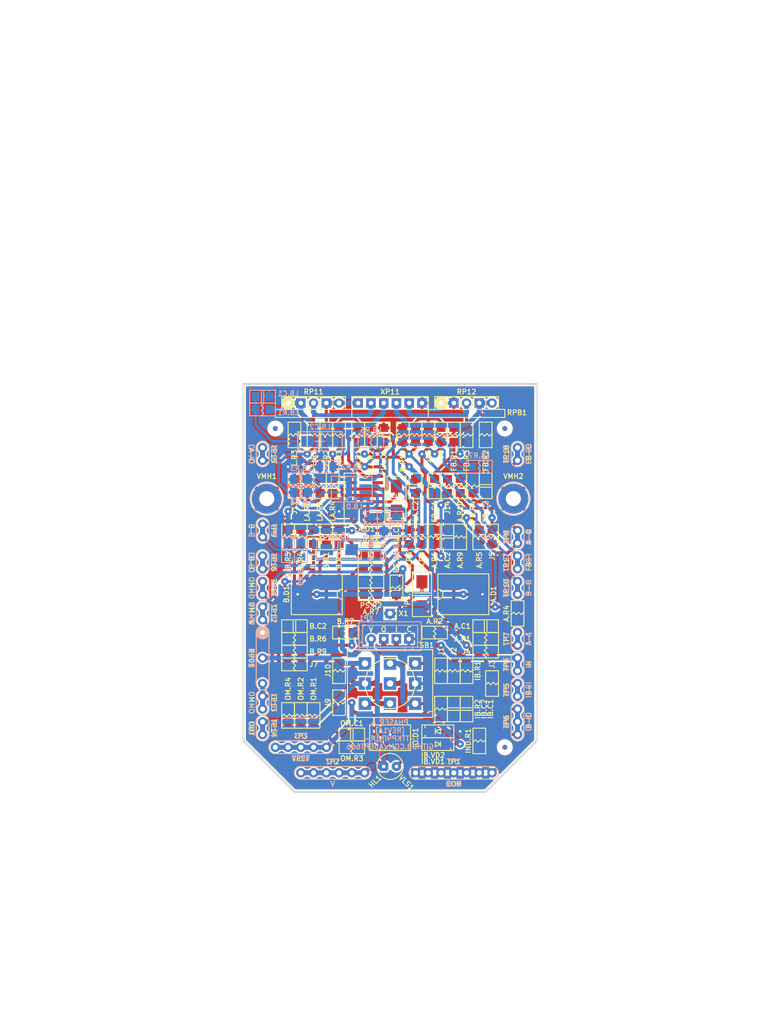
<source format=kicad_pcb>
(kicad_pcb (version 20171130) (host pcbnew 5.1.12-84ad8e8a86~92~ubuntu20.04.1)
  (title_block (title ТКП-1.38.A-2) (date 2025-02-21) (rev 1A) (company "Great Depression Phaser [REV1A] SM") (comment 1 http://github.com/Adept666) (comment 2 "Igor Ivanov (Игорь Иванов)") (comment 3 -ТТКРЧПДЛ-) (comment 4 "This project is licensed under GNU General Public License v3.0 or later"))
  (layers (0 F.Cu signal) (31 B.Cu signal) (36 B.SilkS user) (37 F.SilkS user) (38 B.Mask user) (39 F.Mask user) (44 Edge.Cuts user))
  (net 0 "")
  (net 1 COM)
  (net 2 "Net-(HL1-PadC)")
  (net 3 /LED)
  (net 4 V)
  (net 5 "Net-(SB1-PadNC1)")
  (net 6 "Net-(A.C1-Pad2)")
  (net 7 /A-IN)
  (net 8 "Net-(A.C2-Pad2)")
  (net 9 "Net-(A.C2-Pad1)")
  (net 10 "Net-(A.D1-Pad1)")
  (net 11 "Net-(A.D1-Pad2)")
  (net 12 VREF)
  (net 13 "Net-(A.D1-Pad4)")
  (net 14 /FB)
  (net 15 "Net-(A.D1-Pad15)")
  (net 16 "Net-(A.D1-Pad16)")
  (net 17 /A-OUT)
  (net 18 /LFO)
  (net 19 "Net-(B.C1-Pad2)")
  (net 20 /B-IN)
  (net 21 "Net-(B.C2-Pad2)")
  (net 22 "Net-(B.C2-Pad1)")
  (net 23 "Net-(B.D1-Pad1)")
  (net 24 "Net-(B.D1-Pad2)")
  (net 25 "Net-(B.D1-Pad4)")
  (net 26 "Net-(B.D1-Pad13)")
  (net 27 "Net-(B.D1-Pad15)")
  (net 28 "Net-(B.D1-Pad16)")
  (net 29 /B-OUT)
  (net 30 "Net-(FB.C1-Pad2)")
  (net 31 /FB-IN)
  (net 32 "Net-(FB.C2-Pad2)")
  (net 33 "Net-(FB.C2-Pad1)")
  (net 34 /FB-OUT)
  (net 35 "Net-(IB.C1-Pad1)")
  (net 36 "Net-(IB.C2-Pad2)")
  (net 37 /IB-IN)
  (net 38 "Net-(IO.D1-Pad7)")
  (net 39 "Net-(IO.D1-Pad6)")
  (net 40 /IB-OUT)
  (net 41 /CIR-IN)
  (net 42 /IN)
  (net 43 /DRY)
  (net 44 /WET)
  (net 45 /OM-INDRY)
  (net 46 /OM-INWET)
  (net 47 /CIR-OUT)
  (net 48 /OM-OUT)
  (net 49 /OUT)
  (net 50 /LFOA-OUT)
  (net 51 /LFOB-OUT)
  (net 52 "Net-(LA.D1-Pad1)")
  (net 53 "Net-(LA.D1-Pad2)")
  (net 54 "Net-(LA.D1-Pad13)")
  (net 55 "Net-(LA.D1-Pad15)")
  (net 56 "Net-(LB.C1-Pad2)")
  (net 57 "Net-(LB.C3-Pad2)")
  (net 58 "Net-(LB.C3-Pad1)")
  (net 59 "Net-(LB.D1-Pad5)")
  (net 60 "Net-(LB.D1-Pad3)")
  (net 61 "Net-(LA.C1-Pad1)")
  (net 62 "Net-(LA.C2-Pad2)")
  (net 63 "Net-(LA.D1-Pad5)")
  (net 64 /RP11-2)
  (net 65 /RP11-3)
  (net 66 /RP11-1)
  (module KCL-TH-ML:CON-PAD-S-1.0-1.9 (layer F.Cu) (at 105.41 170.18)
    (fp_text reference X1 (at 1.5875 0) (layer F.SilkS) (effects (font (thickness 0.2)) (justify left)))
    (fp_text value X)
    (pad 1 thru_hole rect (at 0 0) (size 1.9 1.9) (drill 1) (layers *.Cu *.Mask) (net 1 COM))
  )
  (module KCL-VIRTUAL:VFM-1.0-3.0-DL (layer F.Cu) (at 128.27 196.85)
    (fp_text reference VFM3 hide)
    (fp_text value 1.0 hide)
    (pad "" smd circle (at 0 0) (size 1 1) (layers B.Cu B.Mask) (clearance 1.1))
    (pad "" smd circle (at 0 0) (size 1 1) (layers F.Cu F.Mask) (clearance 1.1))
  )
  (module KCL-VIRTUAL:VFM-1.0-3.0-DL (layer F.Cu) (at 82.55 133.35)
    (fp_text reference VFM1 hide)
    (fp_text value 1.0 hide)
    (pad "" smd circle (at 0 0) (size 1 1) (layers B.Cu B.Mask) (clearance 1.1))
    (pad "" smd circle (at 0 0) (size 1 1) (layers F.Cu F.Mask) (clearance 1.1))
  )
  (module KCL-VIRTUAL:VFM-1.0-3.0-DL (layer F.Cu) (at 128.27 133.35)
    (fp_text reference VFM2 hide)
    (fp_text value 1.0 hide)
    (pad "" smd circle (at 0 0) (size 1 1) (layers B.Cu B.Mask) (clearance 1.1))
    (pad "" smd circle (at 0 0) (size 1 1) (layers F.Cu F.Mask) (clearance 1.1))
  )
  (module KCL-TH-ML:TP-2-1.0-1.9 (layer F.Cu) (at 80.01 160.02 270)
    (fp_text reference TP16 (at 0 -2.2225 270 unlocked) (layer F.SilkS) (effects (font (thickness 0.2))))
    (fp_text value LB-O (at 0 2.2225 270 unlocked) (layer F.SilkS) (effects (font (thickness 0.2))))
    (fp_text user %R (at 0 -2.2225 270 unlocked) (layer B.SilkS) (effects (font (thickness 0.2)) (justify mirror)))
    (fp_text user %V (at 0 2.2225 270 unlocked) (layer B.SilkS) (effects (font (thickness 0.2)) (justify mirror)))
    (pad 1 thru_hole circle (at -1.27 0 270) (size 1.9 1.9) (drill 1) (layers *.Cu *.Mask) (net 51 /LFOB-OUT))
    (pad 1 thru_hole circle (at 1.27 0 270) (size 1.9 1.9) (drill 1) (layers *.Cu *.Mask) (net 51 /LFOB-OUT))
  )
  (module KCL-SM:P-SOD-123 (layer F.Cu) (at 114.935 193.675 180)
    (fp_text reference IB.VD2 (at 3.4925 -4.7625 180) (layer F.SilkS) (effects (font (thickness 0.2)) (justify left)))
    (fp_text value 4148)
    (pad C smd rect (at 1.7 0 180) (size 1.6 0.8) (layers F.Cu F.Mask) (net 36 "Net-(IB.C2-Pad2)"))
    (pad A smd rect (at -1.7 0 180) (size 1.6 0.8) (layers F.Cu F.Mask) (net 1 COM))
  )
  (module KCL-SM:P-SOD-123 (layer F.Cu) (at 114.935 196.215)
    (fp_text reference IB.VD1 (at -3.4925 3.4925) (layer F.SilkS) (effects (font (thickness 0.2)) (justify left)))
    (fp_text value 4148)
    (pad C smd rect (at 1.7 0) (size 1.6 0.8) (layers F.Cu F.Mask) (net 4 V))
    (pad A smd rect (at -1.7 0) (size 1.6 0.8) (layers F.Cu F.Mask) (net 36 "Net-(IB.C2-Pad2)"))
  )
  (module KCL-SM:R-SM-1206 (layer F.Cu) (at 93.98 144.78 270)
    (fp_text reference LA.R4 (at 2.8575 0 270) (layer F.SilkS) (effects (font (thickness 0.2)) (justify right)))
    (fp_text value 103)
    (pad 2 smd rect (at 1.4 0 270) (size 1.6 1.8) (layers F.Cu F.Mask) (net 63 "Net-(LA.D1-Pad5)"))
    (pad 1 smd rect (at -1.4 0 270) (size 1.6 1.8) (layers F.Cu F.Mask) (net 61 "Net-(LA.C1-Pad1)"))
  )
  (module KCL-SM:R-SM-1206 (layer F.Cu) (at 118.11 134.62 270)
    (fp_text reference FB.R1 (at 2.8575 0 270) (layer F.SilkS) (effects (font (thickness 0.2)) (justify right)))
    (fp_text value X)
    (pad 2 smd rect (at 1.4 0 270) (size 1.6 1.8) (layers F.Cu F.Mask) (net 30 "Net-(FB.C1-Pad2)"))
    (pad 1 smd rect (at -1.4 0 270) (size 1.6 1.8) (layers F.Cu F.Mask) (net 1 COM))
  )
  (module KCL-SM:R-SM-1206 (layer F.Cu) (at 86.36 134.62 270)
    (fp_text reference L.R3 (at 2.8575 0 270) (layer F.SilkS) (effects (font (thickness 0.2)) (justify right)))
    (fp_text value 0)
    (pad 1 smd rect (at -1.4 0 270) (size 1.6 1.8) (layers F.Cu F.Mask) (net 64 /RP11-2))
    (pad 2 smd rect (at 1.4 0 270) (size 1.6 1.8) (layers F.Cu F.Mask) (net 66 /RP11-1))
  )
  (module KCL-SM:R-SM-1206 (layer F.Cu) (at 92.71 134.62 270)
    (fp_text reference L.R2 (at 2.8575 0 270) (layer F.SilkS) (effects (font (thickness 0.2)) (justify right)))
    (fp_text value X)
    (pad 2 smd rect (at 1.4 0 270) (size 1.6 1.8) (layers F.Cu F.Mask) (net 66 /RP11-1))
    (pad 1 smd rect (at -1.4 0 270) (size 1.6 1.8) (layers F.Cu F.Mask) (net 65 /RP11-3))
  )
  (module SBKCL-TH-ML:RP-EXTERNAL (layer F.Cu) (at 80.01 179.07 270)
    (fp_text reference RP01 (at 0 2.2225 270 unlocked) (layer F.SilkS) (effects (font (thickness 0.2))))
    (fp_text value X)
    (fp_text user %R (at 0 2.2225 270 unlocked) (layer B.SilkS) (effects (font (thickness 0.2)) (justify mirror)))
    (pad 3 thru_hole circle (at 5.08 0 270) (size 1.9 1.9) (drill 1) (layers *.Cu *.Mask) (net 48 /OM-OUT))
    (pad 1 thru_hole circle (at -5.08 0 270) (size 1.9 1.9) (drill 1) (layers *.Cu *.Mask) (net 1 COM))
    (pad 2 thru_hole circle (at 0 0 270) (size 1.9 1.9) (drill 1) (layers *.Cu *.Mask) (net 47 /CIR-OUT))
  )
  (module KCL-SM:R-SM-1206 (layer F.Cu) (at 88.9 144.78 90)
    (fp_text reference LA.R6 (at -2.8575 0 90) (layer F.SilkS) (effects (font (thickness 0.2)) (justify right)))
    (fp_text value 103)
    (pad 2 smd rect (at 1.4 0 90) (size 1.6 1.8) (layers F.Cu F.Mask) (net 50 /LFOA-OUT))
    (pad 1 smd rect (at -1.4 0 90) (size 1.6 1.8) (layers F.Cu F.Mask) (net 54 "Net-(LA.D1-Pad13)"))
  )
  (module KCL-SM:R-SM-1206 (layer F.Cu) (at 91.44 144.78 270)
    (fp_text reference LA.R5 (at 2.8575 0 270) (layer F.SilkS) (effects (font (thickness 0.2)) (justify right)))
    (fp_text value 682)
    (pad 2 smd rect (at 1.4 0 270) (size 1.6 1.8) (layers F.Cu F.Mask) (net 54 "Net-(LA.D1-Pad13)"))
    (pad 1 smd rect (at -1.4 0 270) (size 1.6 1.8) (layers F.Cu F.Mask) (net 66 /RP11-1))
  )
  (module KCL-SM:R-SM-1206 (layer F.Cu) (at 95.25 134.62 90)
    (fp_text reference LA.R3 (at -2.8575 0 90) (layer F.SilkS) (effects (font (thickness 0.2)) (justify right)))
    (fp_text value 274)
    (pad 2 smd rect (at 1.4 0 90) (size 1.6 1.8) (layers F.Cu F.Mask) (net 4 V))
    (pad 1 smd rect (at -1.4 0 90) (size 1.6 1.8) (layers F.Cu F.Mask) (net 52 "Net-(LA.D1-Pad1)"))
  )
  (module KCL-SM:R-SM-1206 (layer F.Cu) (at 101.6 134.62 270)
    (fp_text reference LA.R2 (at 2.8575 0 270) (layer F.SilkS) (effects (font (thickness 0.2)) (justify right)))
    (fp_text value 104)
    (pad 2 smd rect (at 1.4 0 270) (size 1.6 1.8) (layers F.Cu F.Mask) (net 61 "Net-(LA.C1-Pad1)"))
    (pad 1 smd rect (at -1.4 0 270) (size 1.6 1.8) (layers F.Cu F.Mask) (net 1 COM))
  )
  (module KCL-SM:R-SM-1206 (layer F.Cu) (at 99.06 134.62 90)
    (fp_text reference LA.R1 (at -2.8575 0 90) (layer F.SilkS) (effects (font (thickness 0.2)) (justify right)))
    (fp_text value 274)
    (pad 2 smd rect (at 1.4 0 90) (size 1.6 1.8) (layers F.Cu F.Mask) (net 4 V))
    (pad 1 smd rect (at -1.4 0 90) (size 1.6 1.8) (layers F.Cu F.Mask) (net 61 "Net-(LA.C1-Pad1)"))
  )
  (module KCL-SM:CP-CTSMD-C (layer F.Cu) (at 106.68 147.32 90)
    (fp_text reference LA.C3 (at -4.7625 0 90) (layer F.SilkS) (effects (font (thickness 0.2)) (justify right)))
    (fp_text value X)
    (pad - smd rect (at 2.5 0 90) (size 2.6 2.2) (layers F.Cu F.Mask) (net 62 "Net-(LA.C2-Pad2)"))
    (pad + smd rect (at -2.5 0 90) (size 2.6 2.2) (layers F.Cu F.Mask) (net 4 V))
  )
  (module KCL-SM:C-SM-1206 (layer F.Cu) (at 110.49 144.78 270)
    (fp_text reference LA.C2 (at 2.8575 0 270) (layer F.SilkS) (effects (font (thickness 0.2)) (justify right)))
    (fp_text value 335)
    (pad 2 smd rect (at 1.4 0 270) (size 1.6 1.8) (layers F.Cu F.Mask) (net 62 "Net-(LA.C2-Pad2)"))
    (pad 1 smd rect (at -1.4 0 270) (size 1.6 1.8) (layers F.Cu F.Mask) (net 4 V))
  )
  (module KCL-SM:C-SM-1206 (layer F.Cu) (at 104.14 134.62 90)
    (fp_text reference LA.C1 (at -2.8575 0 90) (layer F.SilkS) (effects (font (thickness 0.2)) (justify right)))
    (fp_text value 473)
    (pad 2 smd rect (at 1.4 0 90) (size 1.6 1.8) (layers F.Cu F.Mask) (net 1 COM))
    (pad 1 smd rect (at -1.4 0 90) (size 1.6 1.8) (layers F.Cu F.Mask) (net 61 "Net-(LA.C1-Pad1)"))
  )
  (module KCL-SM:R-SM-1206 (layer F.Cu) (at 90.17 134.62 90)
    (fp_text reference L.R1 (at -2.8575 0 90) (layer F.SilkS) (effects (font (thickness 0.2)) (justify right)))
    (fp_text value X)
    (pad 2 smd rect (at 1.4 0 90) (size 1.6 1.8) (layers F.Cu F.Mask) (net 64 /RP11-2))
    (pad 1 smd rect (at -1.4 0 90) (size 1.6 1.8) (layers F.Cu F.Mask) (net 65 /RP11-3))
  )
  (module KCL-SM:R-SM-1206 (layer F.Cu) (at 121.92 144.78 90)
    (fp_text reference FB.R4 (at -2.8575 0 90) (layer F.SilkS) (effects (font (thickness 0.2)) (justify right)))
    (fp_text value 273)
    (pad 2 smd rect (at 1.4 0 90) (size 1.6 1.8) (layers F.Cu F.Mask) (net 34 /FB-OUT))
    (pad 1 smd rect (at -1.4 0 90) (size 1.6 1.8) (layers F.Cu F.Mask) (net 32 "Net-(FB.C2-Pad2)"))
  )
  (module KCL-SM:R-SM-1206 (layer B.Cu) (at 101.6 135.89 180)
    (fp_text reference LB.R6 (at 0 2.2225 180) (layer B.SilkS) (effects (font (thickness 0.2)) (justify mirror)))
    (fp_text value X)
    (pad 1 smd rect (at -1.4 0 180) (size 1.6 1.8) (layers B.Cu B.Mask) (net 59 "Net-(LB.D1-Pad5)"))
    (pad 2 smd rect (at 1.4 0 180) (size 1.6 1.8) (layers B.Cu B.Mask) (net 4 V))
  )
  (module SBKCL-TH-ML:RPB-1590N1-18-2x17-OR-2x1x17-1.6-PNL-7.4-2.8 (layer F.Cu) (at 105.41 117.04)
    (fp_text reference RPB1 (at 23.1775 13.135) (layer F.SilkS) (effects (font (thickness 0.2)) (justify left)))
    (fp_text value B50K-B50K)
    (fp_text user XP11 (at 0 9.0075) (layer F.SilkS) (effects (font (thickness 0.2))))
    (fp_text user RP11 (at -15.24 9.0075) (layer F.SilkS) (effects (font (thickness 0.2))))
    (fp_text user RP12 (at 15.24 9.0075) (layer F.SilkS) (effects (font (thickness 0.2))))
    (pad NC4 thru_hole rect (at 17.78 11.23) (size 1.9 1.9) (drill 0.9) (layers *.Cu *.Mask) (net 30 "Net-(FB.C1-Pad2)"))
    (pad NC3 thru_hole rect (at 12.7 11.23) (size 1.9 1.9) (drill 0.9) (layers *.Cu *.Mask) (net 1 COM))
    (pad NC2 thru_hole rect (at -12.7 11.23) (size 1.9 1.9) (drill 0.9) (layers *.Cu *.Mask) (net 65 /RP11-3))
    (pad NC1 thru_hole rect (at -17.78 11.23) (size 1.9 1.9) (drill 0.9) (layers *.Cu *.Mask) (net 66 /RP11-1))
    (pad 23 thru_hole rect (at 1.27 11.23) (size 1.9 1.9) (drill 0.9) (layers *.Cu *.Mask) (net 30 "Net-(FB.C1-Pad2)"))
    (pad 13 thru_hole rect (at -6.35 11.23) (size 1.9 1.9) (drill 0.9) (layers *.Cu *.Mask) (net 65 /RP11-3))
    (pad 11 thru_hole rect (at -1.27 11.23) (size 1.9 1.9) (drill 0.9) (layers *.Cu *.Mask) (net 66 /RP11-1))
    (pad 12 thru_hole rect (at -3.81 11.23) (size 1.9 1.9) (drill 0.9) (layers *.Cu *.Mask) (net 64 /RP11-2))
    (pad 22 thru_hole rect (at 3.81 11.23) (size 1.9 1.9) (drill 0.9) (layers *.Cu *.Mask) (net 33 "Net-(FB.C2-Pad1)"))
    (pad 21 thru_hole rect (at 6.35 11.23) (size 1.9 1.9) (drill 0.9) (layers *.Cu *.Mask) (net 1 COM))
    (pad 13 thru_hole circle (at -10.16 11.23) (size 1.9 1.9) (drill 1) (layers *.Cu *.Mask) (net 65 /RP11-3))
    (pad 12 thru_hole circle (at -15.24 11.23) (size 1.9 1.9) (drill 1) (layers *.Cu *.Mask) (net 64 /RP11-2))
    (pad 11 thru_hole circle (at -20.32 11.23) (size 1.9 1.9) (drill 1) (layers *.Cu *.Mask) (net 66 /RP11-1))
    (pad 23 thru_hole circle (at 20.32 11.23) (size 1.9 1.9) (drill 1) (layers *.Cu *.Mask) (net 30 "Net-(FB.C1-Pad2)"))
    (pad 22 thru_hole circle (at 15.24 11.23) (size 1.9 1.9) (drill 1) (layers *.Cu *.Mask) (net 33 "Net-(FB.C2-Pad1)"))
    (pad 21 thru_hole circle (at 10.16 11.23) (size 1.9 1.9) (drill 1) (layers *.Cu *.Mask) (net 1 COM))
  )
  (module KCL-TH-ML:VMH-STA-DA5-PNL-3.0 (layer F.Cu) (at 80.84 147.32)
    (fp_text reference VMH1 (at 0 -4.445) (layer F.SilkS) (effects (font (thickness 0.2))))
    (fp_text value DI5M3x18)
    (pad 0 thru_hole circle (at 0 0) (size 6 6) (drill 3) (layers *.Cu *.Mask) (net 1 COM))
  )
  (module KCL-TH-ML:VMH-STA-DA5-PNL-3.0 (layer F.Cu) (at 129.98 147.32)
    (fp_text reference VMH2 (at 0 -4.445) (layer F.SilkS) (effects (font (thickness 0.2))))
    (fp_text value DI5M3x18)
    (pad 0 thru_hole circle (at 0 0) (size 6 6) (drill 3) (layers *.Cu *.Mask) (net 1 COM))
  )
  (module KCL-TH-ML:TP-2-1.0-1.9 (layer F.Cu) (at 130.81 138.43 90)
    (fp_text reference TP18 (at 0 -2.2225 90 unlocked) (layer F.SilkS) (effects (font (thickness 0.2))))
    (fp_text value FB-O (at 0 2.2225 90 unlocked) (layer F.SilkS) (effects (font (thickness 0.2))))
    (fp_text user %R (at 0 -2.2225 90 unlocked) (layer B.SilkS) (effects (font (thickness 0.2)) (justify mirror)))
    (fp_text user %V (at 0 2.2225 90 unlocked) (layer B.SilkS) (effects (font (thickness 0.2)) (justify mirror)))
    (pad 1 thru_hole circle (at -1.27 0 90) (size 1.9 1.9) (drill 1) (layers *.Cu *.Mask) (net 34 /FB-OUT))
    (pad 1 thru_hole circle (at 1.27 0 90) (size 1.9 1.9) (drill 1) (layers *.Cu *.Mask) (net 34 /FB-OUT))
  )
  (module KCL-TH-ML:TP-2-1.0-1.9 (layer F.Cu) (at 130.81 160.02 90)
    (fp_text reference TP17 (at 0 -2.2225 90 unlocked) (layer F.SilkS) (effects (font (thickness 0.2))))
    (fp_text value FB-I (at 0 2.2225 90 unlocked) (layer F.SilkS) (effects (font (thickness 0.2))))
    (fp_text user %R (at 0 -2.2225 90 unlocked) (layer B.SilkS) (effects (font (thickness 0.2)) (justify mirror)))
    (fp_text user %V (at 0 2.2225 90 unlocked) (layer B.SilkS) (effects (font (thickness 0.2)) (justify mirror)))
    (pad 1 thru_hole circle (at -1.27 0 90) (size 1.9 1.9) (drill 1) (layers *.Cu *.Mask) (net 31 /FB-IN))
    (pad 1 thru_hole circle (at 1.27 0 90) (size 1.9 1.9) (drill 1) (layers *.Cu *.Mask) (net 31 /FB-IN))
  )
  (module KCL-TH-ML:TP-2-1.0-1.9 (layer F.Cu) (at 80.01 138.43 270)
    (fp_text reference TP15 (at 0 -2.2225 270 unlocked) (layer F.SilkS) (effects (font (thickness 0.2))))
    (fp_text value LA-O (at 0 2.2225 270 unlocked) (layer F.SilkS) (effects (font (thickness 0.2))))
    (fp_text user %R (at 0 -2.2225 270 unlocked) (layer B.SilkS) (effects (font (thickness 0.2)) (justify mirror)))
    (fp_text user %V (at 0 2.2225 270 unlocked) (layer B.SilkS) (effects (font (thickness 0.2)) (justify mirror)))
    (pad 1 thru_hole circle (at -1.27 0 270) (size 1.9 1.9) (drill 1) (layers *.Cu *.Mask) (net 50 /LFOA-OUT))
    (pad 1 thru_hole circle (at 1.27 0 270) (size 1.9 1.9) (drill 1) (layers *.Cu *.Mask) (net 50 /LFOA-OUT))
  )
  (module KCL-TH-ML:TP-2-1.0-1.9 (layer F.Cu) (at 80.01 193.04 270)
    (fp_text reference TP14 (at 0 -2.2225 270 unlocked) (layer F.SilkS) (effects (font (thickness 0.2))))
    (fp_text value OUT (at 0 2.2225 270 unlocked) (layer F.SilkS) (effects (font (thickness 0.2))))
    (fp_text user %R (at 0 -2.2225 270 unlocked) (layer B.SilkS) (effects (font (thickness 0.2)) (justify mirror)))
    (fp_text user %V (at 0 2.2225 270 unlocked) (layer B.SilkS) (effects (font (thickness 0.2)) (justify mirror)))
    (pad 1 thru_hole circle (at -1.27 0 270) (size 1.9 1.9) (drill 1) (layers *.Cu *.Mask) (net 49 /OUT))
    (pad 1 thru_hole circle (at 1.27 0 270) (size 1.9 1.9) (drill 1) (layers *.Cu *.Mask) (net 49 /OUT))
  )
  (module KCL-TH-ML:TP-2-1.0-1.9 (layer F.Cu) (at 80.01 187.96 270)
    (fp_text reference TP13 (at 0 -2.2225 270 unlocked) (layer F.SilkS) (effects (font (thickness 0.2))))
    (fp_text value OM-O (at 0 2.2225 270 unlocked) (layer F.SilkS) (effects (font (thickness 0.2))))
    (fp_text user %R (at 0 -2.2225 270 unlocked) (layer B.SilkS) (effects (font (thickness 0.2)) (justify mirror)))
    (fp_text user %V (at 0 2.2225 270 unlocked) (layer B.SilkS) (effects (font (thickness 0.2)) (justify mirror)))
    (pad 1 thru_hole circle (at -1.27 0 270) (size 1.9 1.9) (drill 1) (layers *.Cu *.Mask) (net 48 /OM-OUT))
    (pad 1 thru_hole circle (at 1.27 0 270) (size 1.9 1.9) (drill 1) (layers *.Cu *.Mask) (net 48 /OM-OUT))
  )
  (module KCL-TH-ML:TP-2-1.0-1.9 (layer F.Cu) (at 80.01 170.18 270)
    (fp_text reference TP12 (at 0 -2.2225 270 unlocked) (layer F.SilkS) (effects (font (thickness 0.2))))
    (fp_text value OM-W (at 0 2.2225 270 unlocked) (layer F.SilkS) (effects (font (thickness 0.2))))
    (fp_text user %R (at 0 -2.2225 270 unlocked) (layer B.SilkS) (effects (font (thickness 0.2)) (justify mirror)))
    (fp_text user %V (at 0 2.2225 270 unlocked) (layer B.SilkS) (effects (font (thickness 0.2)) (justify mirror)))
    (pad 1 thru_hole circle (at -1.27 0 270) (size 1.9 1.9) (drill 1) (layers *.Cu *.Mask) (net 46 /OM-INWET))
    (pad 1 thru_hole circle (at 1.27 0 270) (size 1.9 1.9) (drill 1) (layers *.Cu *.Mask) (net 46 /OM-INWET))
  )
  (module KCL-TH-ML:TP-2-1.0-1.9 (layer F.Cu) (at 80.01 165.1 270)
    (fp_text reference TP11 (at 0 -2.2225 270 unlocked) (layer F.SilkS) (effects (font (thickness 0.2))))
    (fp_text value OM-D (at 0 2.2225 270 unlocked) (layer F.SilkS) (effects (font (thickness 0.2))))
    (fp_text user %R (at 0 -2.2225 270 unlocked) (layer B.SilkS) (effects (font (thickness 0.2)) (justify mirror)))
    (fp_text user %V (at 0 2.2225 270 unlocked) (layer B.SilkS) (effects (font (thickness 0.2)) (justify mirror)))
    (pad 1 thru_hole circle (at -1.27 0 270) (size 1.9 1.9) (drill 1) (layers *.Cu *.Mask) (net 45 /OM-INDRY))
    (pad 1 thru_hole circle (at 1.27 0 270) (size 1.9 1.9) (drill 1) (layers *.Cu *.Mask) (net 45 /OM-INDRY))
  )
  (module KCL-TH-ML:TP-2-1.0-1.9 (layer F.Cu) (at 130.81 165.1 90)
    (fp_text reference TP10 (at 0 -2.2225 90 unlocked) (layer F.SilkS) (effects (font (thickness 0.2))))
    (fp_text value B-O (at 0 2.2225 90 unlocked) (layer F.SilkS) (effects (font (thickness 0.2))))
    (fp_text user %V (at 0 2.2225 90 unlocked) (layer B.SilkS) (effects (font (thickness 0.2)) (justify mirror)))
    (fp_text user %R (at 0 -2.2225 90 unlocked) (layer B.SilkS) (effects (font (thickness 0.2)) (justify mirror)))
    (pad 1 thru_hole circle (at 1.27 0 90) (size 1.9 1.9) (drill 1) (layers *.Cu *.Mask) (net 29 /B-OUT))
    (pad 1 thru_hole circle (at -1.27 0 90) (size 1.9 1.9) (drill 1) (layers *.Cu *.Mask) (net 29 /B-OUT))
  )
  (module KCL-TH-ML:TP-2-1.0-1.9 (layer F.Cu) (at 80.01 153.67 270)
    (fp_text reference TP9 (at 0 -2.2225 270 unlocked) (layer F.SilkS) (effects (font (thickness 0.2))))
    (fp_text value B-I (at 0 2.2225 270 unlocked) (layer F.SilkS) (effects (font (thickness 0.2))))
    (fp_text user %V (at 0 2.2225 270 unlocked) (layer B.SilkS) (effects (font (thickness 0.2)) (justify mirror)))
    (fp_text user %R (at 0 -2.2225 270 unlocked) (layer B.SilkS) (effects (font (thickness 0.2)) (justify mirror)))
    (pad 1 thru_hole circle (at 1.27 0 270) (size 1.9 1.9) (drill 1) (layers *.Cu *.Mask) (net 20 /B-IN))
    (pad 1 thru_hole circle (at -1.27 0 270) (size 1.9 1.9) (drill 1) (layers *.Cu *.Mask) (net 20 /B-IN))
  )
  (module KCL-TH-ML:TP-2-1.0-1.9 (layer F.Cu) (at 130.81 154.94 90)
    (fp_text reference TP8 (at 0 -2.2225 90 unlocked) (layer F.SilkS) (effects (font (thickness 0.2))))
    (fp_text value A-O (at 0 2.2225 90 unlocked) (layer F.SilkS) (effects (font (thickness 0.2))))
    (fp_text user %R (at 0 -2.2225 90 unlocked) (layer B.SilkS) (effects (font (thickness 0.2)) (justify mirror)))
    (fp_text user %V (at 0 2.2225 90 unlocked) (layer B.SilkS) (effects (font (thickness 0.2)) (justify mirror)))
    (pad 1 thru_hole circle (at -1.27 0 90) (size 1.9 1.9) (drill 1) (layers *.Cu *.Mask) (net 17 /A-OUT))
    (pad 1 thru_hole circle (at 1.27 0 90) (size 1.9 1.9) (drill 1) (layers *.Cu *.Mask) (net 17 /A-OUT))
  )
  (module KCL-TH-ML:TP-2-1.0-1.9 (layer F.Cu) (at 130.81 175.26 90)
    (fp_text reference TP7 (at 0 -2.2225 90 unlocked) (layer F.SilkS) (effects (font (thickness 0.2))))
    (fp_text value A-I (at 0 2.2225 90 unlocked) (layer F.SilkS) (effects (font (thickness 0.2))))
    (fp_text user %V (at 0 2.2225 90 unlocked) (layer B.SilkS) (effects (font (thickness 0.2)) (justify mirror)))
    (fp_text user %R (at 0 -2.2225 90 unlocked) (layer B.SilkS) (effects (font (thickness 0.2)) (justify mirror)))
    (pad 1 thru_hole circle (at 1.27 0 90) (size 1.9 1.9) (drill 1) (layers *.Cu *.Mask) (net 7 /A-IN))
    (pad 1 thru_hole circle (at -1.27 0 90) (size 1.9 1.9) (drill 1) (layers *.Cu *.Mask) (net 7 /A-IN))
  )
  (module KCL-TH-ML:TP-3-1.0-1.9 (layer F.Cu) (at 130.81 191.77 90)
    (fp_text reference TP6 (at 0 -2.2225 90 unlocked) (layer F.SilkS) (effects (font (thickness 0.2))))
    (fp_text value IB-O (at 0 2.2225 90 unlocked) (layer F.SilkS) (effects (font (thickness 0.2))))
    (fp_text user %V (at 0 2.2225 90 unlocked) (layer B.SilkS) (effects (font (thickness 0.2)) (justify mirror)))
    (fp_text user %R (at 0 -2.2225 90 unlocked) (layer B.SilkS) (effects (font (thickness 0.2)) (justify mirror)))
    (pad 1 thru_hole circle (at 2.54 0 90) (size 1.9 1.9) (drill 1) (layers *.Cu *.Mask) (net 40 /IB-OUT))
    (pad 1 thru_hole circle (at 0 0 90) (size 1.9 1.9) (drill 1) (layers *.Cu *.Mask) (net 40 /IB-OUT))
    (pad 1 thru_hole circle (at -2.54 0 90) (size 1.9 1.9) (drill 1) (layers *.Cu *.Mask) (net 40 /IB-OUT))
  )
  (module KCL-TH-ML:TP-2-1.0-1.9 (layer F.Cu) (at 130.81 185.42 90)
    (fp_text reference TP5 (at 0 -2.2225 90 unlocked) (layer F.SilkS) (effects (font (thickness 0.2))))
    (fp_text value IB-I (at 0 2.2225 90 unlocked) (layer F.SilkS) (effects (font (thickness 0.2))))
    (fp_text user %R (at 0 -2.2225 90 unlocked) (layer B.SilkS) (effects (font (thickness 0.2)) (justify mirror)))
    (fp_text user %V (at 0 2.2225 90 unlocked) (layer B.SilkS) (effects (font (thickness 0.2)) (justify mirror)))
    (pad 1 thru_hole circle (at -1.27 0 90) (size 1.9 1.9) (drill 1) (layers *.Cu *.Mask) (net 37 /IB-IN))
    (pad 1 thru_hole circle (at 1.27 0 90) (size 1.9 1.9) (drill 1) (layers *.Cu *.Mask) (net 37 /IB-IN))
  )
  (module KCL-TH-ML:TP-2-1.0-1.9 (layer F.Cu) (at 130.81 180.34 90)
    (fp_text reference TP4 (at 0 -2.2225 90 unlocked) (layer F.SilkS) (effects (font (thickness 0.2))))
    (fp_text value IN (at 0 2.2225 90 unlocked) (layer F.SilkS) (effects (font (thickness 0.2))))
    (fp_text user %R (at 0 -2.2225 90 unlocked) (layer B.SilkS) (effects (font (thickness 0.2)) (justify mirror)))
    (fp_text user %V (at 0 2.2225 90 unlocked) (layer B.SilkS) (effects (font (thickness 0.2)) (justify mirror)))
    (pad 1 thru_hole circle (at -1.27 0 90) (size 1.9 1.9) (drill 1) (layers *.Cu *.Mask) (net 42 /IN))
    (pad 1 thru_hole circle (at 1.27 0 90) (size 1.9 1.9) (drill 1) (layers *.Cu *.Mask) (net 42 /IN))
  )
  (module KCL-TH-ML:TP-5-1.0-1.9 (layer F.Cu) (at 87.63 196.85)
    (fp_text reference TP3 (at 0 -2.2225 unlocked) (layer F.SilkS) (effects (font (thickness 0.2))))
    (fp_text value VREF (at 0 2.2225 unlocked) (layer F.SilkS) (effects (font (thickness 0.2))))
    (fp_text user %V (at 0 2.2225 unlocked) (layer B.SilkS) (effects (font (thickness 0.2)) (justify mirror)))
    (fp_text user %R (at 0 -2.2225 unlocked) (layer B.SilkS) (effects (font (thickness 0.2)) (justify mirror)))
    (pad 1 thru_hole circle (at 5.08 0) (size 1.9 1.9) (drill 1) (layers *.Cu *.Mask) (net 12 VREF))
    (pad 1 thru_hole circle (at 2.54 0) (size 1.9 1.9) (drill 1) (layers *.Cu *.Mask) (net 12 VREF))
    (pad 1 thru_hole circle (at 0 0) (size 1.9 1.9) (drill 1) (layers *.Cu *.Mask) (net 12 VREF))
    (pad 1 thru_hole circle (at -2.54 0) (size 1.9 1.9) (drill 1) (layers *.Cu *.Mask) (net 12 VREF))
    (pad 1 thru_hole circle (at -5.08 0) (size 1.9 1.9) (drill 1) (layers *.Cu *.Mask) (net 12 VREF))
  )
  (module KCL-TH-ML:TP-6-1.0-1.9 (layer F.Cu) (at 93.98 201.93)
    (fp_text reference TP2 (at 0 -2.2225 unlocked) (layer F.SilkS) (effects (font (thickness 0.2))))
    (fp_text value V (at 0 2.2225 unlocked) (layer F.SilkS) (effects (font (thickness 0.2))))
    (fp_text user %V (at 0 2.2225 unlocked) (layer B.SilkS) (effects (font (thickness 0.2)) (justify mirror)))
    (fp_text user %R (at 0 -2.2225 unlocked) (layer B.SilkS) (effects (font (thickness 0.2)) (justify mirror)))
    (pad 1 thru_hole circle (at 6.35 0) (size 1.9 1.9) (drill 1) (layers *.Cu *.Mask) (net 4 V))
    (pad 1 thru_hole circle (at 3.81 0) (size 1.9 1.9) (drill 1) (layers *.Cu *.Mask) (net 4 V))
    (pad 1 thru_hole circle (at 1.27 0) (size 1.9 1.9) (drill 1) (layers *.Cu *.Mask) (net 4 V))
    (pad 1 thru_hole circle (at -1.27 0) (size 1.9 1.9) (drill 1) (layers *.Cu *.Mask) (net 4 V))
    (pad 1 thru_hole circle (at -3.81 0) (size 1.9 1.9) (drill 1) (layers *.Cu *.Mask) (net 4 V))
    (pad 1 thru_hole circle (at -6.35 0) (size 1.9 1.9) (drill 1) (layers *.Cu *.Mask) (net 4 V))
  )
  (module KCL-TH-ML:TP-7-1.0-1.9 (layer F.Cu) (at 118.11 201.93)
    (fp_text reference TP1 (at 0 -2.2225 unlocked) (layer F.SilkS) (effects (font (thickness 0.2))))
    (fp_text value COM (at 0 2.2225 unlocked) (layer F.SilkS) (effects (font (thickness 0.2))))
    (fp_text user %V (at 0 2.2225 unlocked) (layer B.SilkS) (effects (font (thickness 0.2)) (justify mirror)))
    (fp_text user %R (at 0 -2.2225 unlocked) (layer B.SilkS) (effects (font (thickness 0.2)) (justify mirror)))
    (pad 1 thru_hole circle (at 7.62 0) (size 1.9 1.9) (drill 1) (layers *.Cu *.Mask) (net 1 COM))
    (pad 1 thru_hole circle (at 5.08 0) (size 1.9 1.9) (drill 1) (layers *.Cu *.Mask) (net 1 COM))
    (pad 1 thru_hole circle (at 2.54 0) (size 1.9 1.9) (drill 1) (layers *.Cu *.Mask) (net 1 COM))
    (pad 1 thru_hole circle (at 0 0) (size 1.9 1.9) (drill 1) (layers *.Cu *.Mask) (net 1 COM))
    (pad 1 thru_hole circle (at -2.54 0) (size 1.9 1.9) (drill 1) (layers *.Cu *.Mask) (net 1 COM))
    (pad 1 thru_hole circle (at -5.08 0) (size 1.9 1.9) (drill 1) (layers *.Cu *.Mask) (net 1 COM))
    (pad 1 thru_hole circle (at -7.62 0) (size 1.9 1.9) (drill 1) (layers *.Cu *.Mask) (net 1 COM))
  )
  (module KCL-SM:R-SM-1206 (layer F.Cu) (at 101.6 163.83)
    (fp_text reference PS.R2 (at 0 4.7625) (layer F.SilkS) (effects (font (thickness 0.2))))
    (fp_text value 103)
    (pad 2 smd rect (at 1.4 0) (size 1.6 1.8) (layers F.Cu F.Mask) (net 12 VREF))
    (pad 1 smd rect (at -1.4 0) (size 1.6 1.8) (layers F.Cu F.Mask) (net 1 COM))
  )
  (module KCL-SM:R-SM-1206 (layer F.Cu) (at 106.68 165.1 90)
    (fp_text reference PS.R1 (at 2.8575 0 90) (layer F.SilkS) (effects (font (thickness 0.2)) (justify left)))
    (fp_text value 103)
    (pad 1 smd rect (at -1.4 0 90) (size 1.6 1.8) (layers F.Cu F.Mask) (net 12 VREF))
    (pad 2 smd rect (at 1.4 0 90) (size 1.6 1.8) (layers F.Cu F.Mask) (net 4 V))
  )
  (module KCL-SM:CP-CTSMD-C (layer F.Cu) (at 111.76 166.37 270)
    (fp_text reference PS.C1 (at 0 2.8575 270) (layer F.SilkS) (effects (font (thickness 0.2))))
    (fp_text value 106)
    (pad + smd rect (at -2.5 0 270) (size 2.6 2.2) (layers F.Cu F.Mask) (net 12 VREF))
    (pad - smd rect (at 2.5 0 270) (size 2.6 2.2) (layers F.Cu F.Mask) (net 1 COM))
  )
  (module KCL-SM:R-SM-1206 (layer F.Cu) (at 85.09 190.5 90)
    (fp_text reference OM.R4 (at 2.8575 0 90) (layer F.SilkS) (effects (font (thickness 0.2)) (justify left)))
    (fp_text value 154)
    (pad 2 smd rect (at 1.4 0 90) (size 1.6 1.8) (layers F.Cu F.Mask) (net 48 /OM-OUT))
    (pad 1 smd rect (at -1.4 0 90) (size 1.6 1.8) (layers F.Cu F.Mask) (net 1 COM))
  )
  (module KCL-SM:R-SM-1206 (layer F.Cu) (at 97.79 196.85)
    (fp_text reference OM.R3 (at 0 2.2225) (layer F.SilkS) (effects (font (thickness 0.2))))
    (fp_text value 153)
    (pad 2 smd rect (at 1.4 0) (size 1.6 1.8) (layers F.Cu F.Mask) (net 38 "Net-(IO.D1-Pad7)"))
    (pad 1 smd rect (at -1.4 0) (size 1.6 1.8) (layers F.Cu F.Mask) (net 39 "Net-(IO.D1-Pad6)"))
  )
  (module KCL-SM:R-SM-1206 (layer F.Cu) (at 87.63 190.5 270)
    (fp_text reference OM.R2 (at -2.8575 0 270) (layer F.SilkS) (effects (font (thickness 0.2)) (justify left)))
    (fp_text value 273)
    (pad 2 smd rect (at 1.4 0 270) (size 1.6 1.8) (layers F.Cu F.Mask) (net 39 "Net-(IO.D1-Pad6)"))
    (pad 1 smd rect (at -1.4 0 270) (size 1.6 1.8) (layers F.Cu F.Mask) (net 46 /OM-INWET))
  )
  (module KCL-SM:R-SM-1206 (layer F.Cu) (at 90.17 190.5 90)
    (fp_text reference OM.R1 (at 2.8575 0 90) (layer F.SilkS) (effects (font (thickness 0.2)) (justify left)))
    (fp_text value 273)
    (pad 2 smd rect (at 1.4 0 90) (size 1.6 1.8) (layers F.Cu F.Mask) (net 45 /OM-INDRY))
    (pad 1 smd rect (at -1.4 0 90) (size 1.6 1.8) (layers F.Cu F.Mask) (net 39 "Net-(IO.D1-Pad6)"))
  )
  (module KCL-SM:C-SM-1206 (layer F.Cu) (at 97.79 194.31 180)
    (fp_text reference OM.C1 (at 0 2.2225 180) (layer F.SilkS) (effects (font (thickness 0.2))))
    (fp_text value 105)
    (pad 2 smd rect (at 1.4 0 180) (size 1.6 1.8) (layers F.Cu F.Mask) (net 48 /OM-OUT))
    (pad 1 smd rect (at -1.4 0 180) (size 1.6 1.8) (layers F.Cu F.Mask) (net 38 "Net-(IO.D1-Pad7)"))
  )
  (module KCL-SM:R-SM-1206 (layer B.Cu) (at 87.63 157.48 270)
    (fp_text reference LB.R9 (at 2.8575 0 270) (layer B.SilkS) (effects (font (thickness 0.2)) (justify left mirror)))
    (fp_text value X)
    (pad 1 smd rect (at -1.4 0 270) (size 1.6 1.8) (layers B.Cu B.Mask) (net 57 "Net-(LB.C3-Pad2)"))
    (pad 2 smd rect (at 1.4 0 270) (size 1.6 1.8) (layers B.Cu B.Mask) (net 51 /LFOB-OUT))
  )
  (module KCL-SM:R-SM-1206 (layer B.Cu) (at 106.68 152.4 270)
    (fp_text reference LB.R8 (at 2.8575 0 270) (layer B.SilkS) (effects (font (thickness 0.2)) (justify left mirror)))
    (fp_text value X)
    (pad 2 smd rect (at 1.4 0 270) (size 1.6 1.8) (layers B.Cu B.Mask) (net 57 "Net-(LB.C3-Pad2)"))
    (pad 1 smd rect (at -1.4 0 270) (size 1.6 1.8) (layers B.Cu B.Mask) (net 58 "Net-(LB.C3-Pad1)"))
  )
  (module KCL-SM:R-SM-1206 (layer B.Cu) (at 123.19 140.97 180)
    (fp_text reference LB.R7 (at 0 2.2225 180) (layer B.SilkS) (effects (font (thickness 0.2)) (justify mirror)))
    (fp_text value X)
    (pad 1 smd rect (at -1.4 0 180) (size 1.6 1.8) (layers B.Cu B.Mask) (net 1 COM))
    (pad 2 smd rect (at 1.4 0 180) (size 1.6 1.8) (layers B.Cu B.Mask) (net 59 "Net-(LB.D1-Pad5)"))
  )
  (module KCL-SM:R-SM-1206 (layer B.Cu) (at 101.6 152.4 90)
    (fp_text reference LB.R5 (at -2.8575 0 90) (layer B.SilkS) (effects (font (thickness 0.2)) (justify left mirror)))
    (fp_text value X)
    (pad 2 smd rect (at 1.4 0 90) (size 1.6 1.8) (layers B.Cu B.Mask) (net 58 "Net-(LB.C3-Pad1)"))
    (pad 1 smd rect (at -1.4 0 90) (size 1.6 1.8) (layers B.Cu B.Mask) (net 65 /RP11-3))
  )
  (module KCL-SM:R-SM-1206 (layer B.Cu) (at 87.63 146.05 180)
    (fp_text reference LB.R4 (at 0 -2.2225 180) (layer B.SilkS) (effects (font (thickness 0.2)) (justify mirror)))
    (fp_text value X)
    (pad 2 smd rect (at 1.4 0 180) (size 1.6 1.8) (layers B.Cu B.Mask) (net 65 /RP11-3))
    (pad 1 smd rect (at -1.4 0 180) (size 1.6 1.8) (layers B.Cu B.Mask) (net 60 "Net-(LB.D1-Pad3)"))
  )
  (module KCL-SM:R-SM-1206 (layer B.Cu) (at 87.63 143.51)
    (fp_text reference LB.R3 (at 0 -2.2225) (layer B.SilkS) (effects (font (thickness 0.2)) (justify mirror)))
    (fp_text value X)
    (pad 2 smd rect (at 1.4 0) (size 1.6 1.8) (layers B.Cu B.Mask) (net 60 "Net-(LB.D1-Pad3)"))
    (pad 1 smd rect (at -1.4 0) (size 1.6 1.8) (layers B.Cu B.Mask) (net 1 COM))
  )
  (module KCL-SM:R-SM-1206 (layer B.Cu) (at 92.71 140.97 180)
    (fp_text reference LB.R2 (at -2.8575 0 180) (layer B.SilkS) (effects (font (thickness 0.2)) (justify right mirror)))
    (fp_text value X)
    (pad 1 smd rect (at -1.4 0 180) (size 1.6 1.8) (layers B.Cu B.Mask) (net 4 V))
    (pad 2 smd rect (at 1.4 0 180) (size 1.6 1.8) (layers B.Cu B.Mask) (net 60 "Net-(LB.D1-Pad3)"))
  )
  (module KCL-SM:R-SM-1206 (layer B.Cu) (at 80.01 129.54)
    (fp_text reference LB.R1 (at 2.8575 0.635) (layer B.SilkS) (effects (font (thickness 0.2)) (justify right mirror)))
    (fp_text value X)
    (pad 2 smd rect (at 1.4 0) (size 1.6 1.8) (layers B.Cu B.Mask) (net 66 /RP11-1))
    (pad 1 smd rect (at -1.4 0) (size 1.6 1.8) (layers B.Cu B.Mask) (net 56 "Net-(LB.C1-Pad2)"))
  )
  (module KCL-SM:P-SO-08 (layer B.Cu) (at 97.79 145.415)
    (fp_text reference LB.D1 (at 0 3.4925) (layer B.SilkS) (effects (font (thickness 0.2)) (justify mirror)))
    (fp_text value X)
    (pad 8 smd rect (at 2.6 1.905) (size 2.2 0.6) (layers B.Cu B.Mask) (net 4 V))
    (pad 7 smd rect (at 2.6 0.635) (size 2.2 0.6) (layers B.Cu B.Mask) (net 57 "Net-(LB.C3-Pad2)"))
    (pad 6 smd rect (at 2.6 -0.635) (size 2.2 0.6) (layers B.Cu B.Mask) (net 58 "Net-(LB.C3-Pad1)"))
    (pad 5 smd rect (at 2.6 -1.905) (size 2.2 0.6) (layers B.Cu B.Mask) (net 59 "Net-(LB.D1-Pad5)"))
    (pad 4 smd rect (at -2.6 -1.905) (size 2.2 0.6) (layers B.Cu B.Mask) (net 1 COM))
    (pad 3 smd rect (at -2.6 -0.635) (size 2.2 0.6) (layers B.Cu B.Mask) (net 60 "Net-(LB.D1-Pad3)"))
    (pad 2 smd rect (at -2.6 0.635) (size 2.2 0.6) (layers B.Cu B.Mask) (net 56 "Net-(LB.C1-Pad2)"))
    (pad 1 smd rect (at -2.6 1.905) (size 2.2 0.6) (layers B.Cu B.Mask) (net 65 /RP11-3))
  )
  (module KCL-SM:CP-CTSMD-C (layer B.Cu) (at 95.25 157.48 180)
    (fp_text reference LB.C4 (at 0 2.8575 180) (layer B.SilkS) (effects (font (thickness 0.2)) (justify mirror)))
    (fp_text value X)
    (pad - smd rect (at 2.5 0 180) (size 2.6 2.2) (layers B.Cu B.Mask) (net 57 "Net-(LB.C3-Pad2)"))
    (pad + smd rect (at -2.5 0 180) (size 2.6 2.2) (layers B.Cu B.Mask) (net 58 "Net-(LB.C3-Pad1)"))
  )
  (module KCL-SM:C-SM-1206 (layer B.Cu) (at 104.14 152.4 270)
    (fp_text reference LB.C3 (at 2.8575 0 270) (layer B.SilkS) (effects (font (thickness 0.2)) (justify left mirror)))
    (fp_text value X)
    (pad 2 smd rect (at 1.4 0 270) (size 1.6 1.8) (layers B.Cu B.Mask) (net 57 "Net-(LB.C3-Pad2)"))
    (pad 1 smd rect (at -1.4 0 270) (size 1.6 1.8) (layers B.Cu B.Mask) (net 58 "Net-(LB.C3-Pad1)"))
  )
  (module KCL-SM:CP-CTSMD-C (layer B.Cu) (at 91.44 135.89)
    (fp_text reference LB.C2 (at 0 -2.8575) (layer B.SilkS) (effects (font (thickness 0.2)) (justify mirror)))
    (fp_text value X)
    (pad + smd rect (at -2.5 0) (size 2.6 2.2) (layers B.Cu B.Mask) (net 56 "Net-(LB.C1-Pad2)"))
    (pad - smd rect (at 2.5 0) (size 2.6 2.2) (layers B.Cu B.Mask) (net 1 COM))
  )
  (module KCL-SM:C-SM-1206 (layer B.Cu) (at 80.01 127 180)
    (fp_text reference LB.C1 (at -2.8575 0.635 180) (layer B.SilkS) (effects (font (thickness 0.2)) (justify right mirror)))
    (fp_text value X)
    (pad 2 smd rect (at 1.4 0 180) (size 1.6 1.8) (layers B.Cu B.Mask) (net 56 "Net-(LB.C1-Pad2)"))
    (pad 1 smd rect (at -1.4 0 180) (size 1.6 1.8) (layers B.Cu B.Mask) (net 1 COM))
  )
  (module KCL-SM:P-SO-16 (layer F.Cu) (at 100.33 147.32)
    (fp_text reference LA.D1 (at 0 6.0325) (layer F.SilkS) (effects (font (thickness 0.2))))
    (fp_text value 13700)
    (pad 9 smd rect (at 2.6 4.445) (size 2.2 0.6) (layers F.Cu F.Mask) (net 54 "Net-(LA.D1-Pad13)"))
    (pad 10 smd rect (at 2.6 3.175) (size 2.2 0.6) (layers F.Cu F.Mask) (net 62 "Net-(LA.C2-Pad2)"))
    (pad 11 smd rect (at 2.6 1.905) (size 2.2 0.6) (layers F.Cu F.Mask) (net 4 V))
    (pad 12 smd rect (at 2.6 0.635) (size 2.2 0.6) (layers F.Cu F.Mask) (net 62 "Net-(LA.C2-Pad2)"))
    (pad 8 smd rect (at -2.6 4.445) (size 2.2 0.6) (layers F.Cu F.Mask) (net 63 "Net-(LA.D1-Pad5)"))
    (pad 7 smd rect (at -2.6 3.175) (size 2.2 0.6) (layers F.Cu F.Mask) (net 63 "Net-(LA.D1-Pad5)"))
    (pad 6 smd rect (at -2.6 1.905) (size 2.2 0.6) (layers F.Cu F.Mask) (net 1 COM))
    (pad 5 smd rect (at -2.6 0.635) (size 2.2 0.6) (layers F.Cu F.Mask) (net 63 "Net-(LA.D1-Pad5)"))
    (pad 16 smd rect (at 2.6 -4.445) (size 2.2 0.6) (layers F.Cu F.Mask) (net 65 /RP11-3))
    (pad 15 smd rect (at 2.6 -3.175) (size 2.2 0.6) (layers F.Cu F.Mask) (net 55 "Net-(LA.D1-Pad15)"))
    (pad 14 smd rect (at 2.6 -1.905) (size 2.2 0.6) (layers F.Cu F.Mask) (net 61 "Net-(LA.C1-Pad1)"))
    (pad 13 smd rect (at 2.6 -0.635) (size 2.2 0.6) (layers F.Cu F.Mask) (net 54 "Net-(LA.D1-Pad13)"))
    (pad 4 smd rect (at -2.6 -0.635) (size 2.2 0.6) (layers F.Cu F.Mask) (net 54 "Net-(LA.D1-Pad13)"))
    (pad 3 smd rect (at -2.6 -1.905) (size 2.2 0.6) (layers F.Cu F.Mask) (net 61 "Net-(LA.C1-Pad1)"))
    (pad 2 smd rect (at -2.6 -3.175) (size 2.2 0.6) (layers F.Cu F.Mask) (net 53 "Net-(LA.D1-Pad2)"))
    (pad 1 smd rect (at -2.6 -4.445) (size 2.2 0.6) (layers F.Cu F.Mask) (net 52 "Net-(LA.D1-Pad1)"))
  )
  (module KCL-SM:R-SM-1206 (layer F.Cu) (at 116.84 144.78 270)
    (fp_text reference J14 (at 2.8575 0 270) (layer F.SilkS) (effects (font (thickness 0.2)) (justify right)))
    (fp_text value 0)
    (pad 2 smd rect (at 1.4 0 270) (size 1.6 1.8) (layers F.Cu F.Mask) (net 14 /FB))
    (pad 1 smd rect (at -1.4 0 270) (size 1.6 1.8) (layers F.Cu F.Mask) (net 34 /FB-OUT))
  )
  (module KCL-SM:R-SM-1206 (layer F.Cu) (at 113.03 134.62 270)
    (fp_text reference J13 (at 2.8575 0 270) (layer F.SilkS) (effects (font (thickness 0.2)) (justify right)))
    (fp_text value 0)
    (pad 2 smd rect (at 1.4 0 270) (size 1.6 1.8) (layers F.Cu F.Mask) (net 31 /FB-IN))
    (pad 1 smd rect (at -1.4 0 270) (size 1.6 1.8) (layers F.Cu F.Mask) (net 44 /WET))
  )
  (module KCL-SM:R-SM-1206 (layer B.Cu) (at 85.09 157.48 90)
    (fp_text reference J12 (at -2.8575 0 90) (layer B.SilkS) (effects (font (thickness 0.2)) (justify left mirror)))
    (fp_text value X)
    (pad 1 smd rect (at -1.4 0 90) (size 1.6 1.8) (layers B.Cu B.Mask) (net 51 /LFOB-OUT))
    (pad 2 smd rect (at 1.4 0 90) (size 1.6 1.8) (layers B.Cu B.Mask) (net 18 /LFO))
  )
  (module KCL-SM:R-SM-1206 (layer F.Cu) (at 86.36 144.78 270)
    (fp_text reference J11 (at 2.8575 0 270) (layer F.SilkS) (effects (font (thickness 0.2)) (justify right)))
    (fp_text value 0)
    (pad 1 smd rect (at -1.4 0 270) (size 1.6 1.8) (layers F.Cu F.Mask) (net 50 /LFOA-OUT))
    (pad 2 smd rect (at 1.4 0 270) (size 1.6 1.8) (layers F.Cu F.Mask) (net 18 /LFO))
  )
  (module KCL-SM:R-SM-1206 (layer F.Cu) (at 95.25 181.61 270)
    (fp_text reference J10 (at 0 2.2225 270) (layer F.SilkS) (effects (font (thickness 0.2))))
    (fp_text value X)
    (pad 1 smd rect (at -1.4 0 270) (size 1.6 1.8) (layers F.Cu F.Mask) (net 47 /CIR-OUT))
    (pad 2 smd rect (at 1.4 0 270) (size 1.6 1.8) (layers F.Cu F.Mask) (net 49 /OUT))
  )
  (module KCL-SM:R-SM-1206 (layer F.Cu) (at 95.25 187.96 90)
    (fp_text reference J9 (at 0 -2.2225 90) (layer F.SilkS) (effects (font (thickness 0.2))))
    (fp_text value 0)
    (pad 2 smd rect (at 1.4 0 90) (size 1.6 1.8) (layers F.Cu F.Mask) (net 47 /CIR-OUT))
    (pad 1 smd rect (at -1.4 0 90) (size 1.6 1.8) (layers F.Cu F.Mask) (net 48 /OM-OUT))
  )
  (module KCL-SM:R-SM-1206 (layer F.Cu) (at 115.57 134.62 270)
    (fp_text reference J8 (at 2.8575 0 270) (layer F.SilkS) (effects (font (thickness 0.2)) (justify right)))
    (fp_text value 0)
    (pad 2 smd rect (at 1.4 0 270) (size 1.6 1.8) (layers F.Cu F.Mask) (net 46 /OM-INWET))
    (pad 1 smd rect (at -1.4 0 270) (size 1.6 1.8) (layers F.Cu F.Mask) (net 44 /WET))
  )
  (module KCL-SM:R-SM-1206 (layer F.Cu) (at 86.36 180.34 180)
    (fp_text reference J7 (at -2.8575 0 180) (layer F.SilkS) (effects (font (thickness 0.2)) (justify left)))
    (fp_text value 0)
    (pad 2 smd rect (at 1.4 0 180) (size 1.6 1.8) (layers F.Cu F.Mask) (net 45 /OM-INDRY))
    (pad 1 smd rect (at -1.4 0 180) (size 1.6 1.8) (layers F.Cu F.Mask) (net 43 /DRY))
  )
  (module KCL-SM:R-SM-1206 (layer F.Cu) (at 110.49 134.62 90)
    (fp_text reference J6 (at -2.8575 0 90) (layer F.SilkS) (effects (font (thickness 0.2)) (justify right)))
    (fp_text value 0)
    (pad 2 smd rect (at 1.4 0 90) (size 1.6 1.8) (layers F.Cu F.Mask) (net 44 /WET))
    (pad 1 smd rect (at -1.4 0 90) (size 1.6 1.8) (layers F.Cu F.Mask) (net 29 /B-OUT))
  )
  (module KCL-SM:R-SM-1206 (layer F.Cu) (at 125.73 154.94 90)
    (fp_text reference J5 (at -2.8575 0 90) (layer F.SilkS) (effects (font (thickness 0.2)) (justify right)))
    (fp_text value 0)
    (pad 2 smd rect (at 1.4 0 90) (size 1.6 1.8) (layers F.Cu F.Mask) (net 20 /B-IN))
    (pad 1 smd rect (at -1.4 0 90) (size 1.6 1.8) (layers F.Cu F.Mask) (net 17 /A-OUT))
  )
  (module KCL-SM:R-SM-1206 (layer F.Cu) (at 124.46 177.8)
    (fp_text reference J4 (at -2.8575 0) (layer F.SilkS) (effects (font (thickness 0.2)) (justify right)))
    (fp_text value 0)
    (pad 2 smd rect (at 1.4 0) (size 1.6 1.8) (layers F.Cu F.Mask) (net 7 /A-IN))
    (pad 1 smd rect (at -1.4 0) (size 1.6 1.8) (layers F.Cu F.Mask) (net 43 /DRY))
  )
  (module KCL-SM:R-SM-1206 (layer F.Cu) (at 125.73 184.15 90)
    (fp_text reference J3 (at 2.8575 0 90) (layer F.SilkS) (effects (font (thickness 0.2)) (justify left)))
    (fp_text value 0)
    (pad 2 smd rect (at 1.4 0 90) (size 1.6 1.8) (layers F.Cu F.Mask) (net 43 /DRY))
    (pad 1 smd rect (at -1.4 0 90) (size 1.6 1.8) (layers F.Cu F.Mask) (net 40 /IB-OUT))
  )
  (module KCL-SM:R-SM-1206 (layer F.Cu) (at 118.11 181.61 90)
    (fp_text reference J2 (at 2.8575 0 90) (layer F.SilkS) (effects (font (thickness 0.2)) (justify left)))
    (fp_text value 0)
    (pad 2 smd rect (at 1.4 0 90) (size 1.6 1.8) (layers F.Cu F.Mask) (net 37 /IB-IN))
    (pad 1 smd rect (at -1.4 0 90) (size 1.6 1.8) (layers F.Cu F.Mask) (net 41 /CIR-IN))
  )
  (module KCL-SM:R-SM-1206 (layer F.Cu) (at 115.57 181.61 270)
    (fp_text reference J1 (at -2.8575 0 270) (layer F.SilkS) (effects (font (thickness 0.2)) (justify left)))
    (fp_text value X)
    (pad 2 smd rect (at 1.4 0 270) (size 1.6 1.8) (layers F.Cu F.Mask) (net 41 /CIR-IN))
    (pad 1 smd rect (at -1.4 0 270) (size 1.6 1.8) (layers F.Cu F.Mask) (net 42 /IN))
  )
  (module KCL-SM:P-SO-08 (layer F.Cu) (at 105.41 194.945 180)
    (fp_text reference IO.D1 (at -5.08 0 270) (layer F.SilkS) (effects (font (thickness 0.2))))
    (fp_text value 4558)
    (pad 1 smd rect (at -2.6 -1.905 180) (size 2.2 0.6) (layers F.Cu F.Mask) (net 40 /IB-OUT))
    (pad 2 smd rect (at -2.6 -0.635 180) (size 2.2 0.6) (layers F.Cu F.Mask) (net 40 /IB-OUT))
    (pad 3 smd rect (at -2.6 0.635 180) (size 2.2 0.6) (layers F.Cu F.Mask) (net 36 "Net-(IB.C2-Pad2)"))
    (pad 4 smd rect (at -2.6 1.905 180) (size 2.2 0.6) (layers F.Cu F.Mask) (net 1 COM))
    (pad 5 smd rect (at 2.6 1.905 180) (size 2.2 0.6) (layers F.Cu F.Mask) (net 12 VREF))
    (pad 6 smd rect (at 2.6 0.635 180) (size 2.2 0.6) (layers F.Cu F.Mask) (net 39 "Net-(IO.D1-Pad6)"))
    (pad 7 smd rect (at 2.6 -0.635 180) (size 2.2 0.6) (layers F.Cu F.Mask) (net 38 "Net-(IO.D1-Pad7)"))
    (pad 8 smd rect (at 2.6 -1.905 180) (size 2.2 0.6) (layers F.Cu F.Mask) (net 4 V))
  )
  (module KCL-SM:R-SM-1206 (layer F.Cu) (at 123.19 195.58 270)
    (fp_text reference IND.R1 (at 0 2.2225 270) (layer F.SilkS) (effects (font (thickness 0.2))))
    (fp_text value 103)
    (pad 2 smd rect (at 1.4 0 270) (size 1.6 1.8) (layers F.Cu F.Mask) (net 2 "Net-(HL1-PadC)"))
    (pad 1 smd rect (at -1.4 0 270) (size 1.6 1.8) (layers F.Cu F.Mask) (net 3 /LED))
  )
  (module KCL-SM:R-SM-1206 (layer F.Cu) (at 115.57 189.23 270)
    (fp_text reference IB.R2 (at 0 -7.3025 270) (layer F.SilkS) (effects (font (thickness 0.2))))
    (fp_text value 474)
    (pad 1 smd rect (at -1.4 0 270) (size 1.6 1.8) (layers F.Cu F.Mask) (net 12 VREF))
    (pad 2 smd rect (at 1.4 0 270) (size 1.6 1.8) (layers F.Cu F.Mask) (net 36 "Net-(IB.C2-Pad2)"))
  )
  (module KCL-SM:R-SM-1206 (layer F.Cu) (at 120.65 181.61 270)
    (fp_text reference IB.R1 (at 0 -2.2225 270) (layer F.SilkS) (effects (font (thickness 0.2))))
    (fp_text value 102)
    (pad 2 smd rect (at 1.4 0 270) (size 1.6 1.8) (layers F.Cu F.Mask) (net 35 "Net-(IB.C1-Pad1)"))
    (pad 1 smd rect (at -1.4 0 270) (size 1.6 1.8) (layers F.Cu F.Mask) (net 37 /IB-IN))
  )
  (module KCL-SM:C-SM-1206 (layer F.Cu) (at 118.11 189.23 270)
    (fp_text reference IB.C2 (at 0 -6.0325 270) (layer F.SilkS) (effects (font (thickness 0.2))))
    (fp_text value 103)
    (pad 2 smd rect (at 1.4 0 270) (size 1.6 1.8) (layers F.Cu F.Mask) (net 36 "Net-(IB.C2-Pad2)"))
    (pad 1 smd rect (at -1.4 0 270) (size 1.6 1.8) (layers F.Cu F.Mask) (net 35 "Net-(IB.C1-Pad1)"))
  )
  (module KCL-SM:C-SM-1206 (layer F.Cu) (at 120.65 189.23 270)
    (fp_text reference IB.C1 (at 0 -4.7625 270) (layer F.SilkS) (effects (font (thickness 0.2))))
    (fp_text value 101)
    (pad 2 smd rect (at 1.4 0 270) (size 1.6 1.8) (layers F.Cu F.Mask) (net 1 COM))
    (pad 1 smd rect (at -1.4 0 270) (size 1.6 1.8) (layers F.Cu F.Mask) (net 35 "Net-(IB.C1-Pad1)"))
  )
  (module KCL-SM:R-SM-1206 (layer F.Cu) (at 120.65 134.62 90)
    (fp_text reference FB.R3 (at -2.8575 0 90) (layer F.SilkS) (effects (font (thickness 0.2)) (justify right)))
    (fp_text value X)
    (pad 1 smd rect (at -1.4 0 90) (size 1.6 1.8) (layers F.Cu F.Mask) (net 1 COM))
    (pad 2 smd rect (at 1.4 0 90) (size 1.6 1.8) (layers F.Cu F.Mask) (net 33 "Net-(FB.C2-Pad1)"))
  )
  (module KCL-SM:R-SM-1206 (layer F.Cu) (at 124.46 134.62 90)
    (fp_text reference FB.R2 (at -2.8575 0 90) (layer F.SilkS) (effects (font (thickness 0.2)) (justify right)))
    (fp_text value 273)
    (pad 1 smd rect (at -1.4 0 90) (size 1.6 1.8) (layers F.Cu F.Mask) (net 33 "Net-(FB.C2-Pad1)"))
    (pad 2 smd rect (at 1.4 0 90) (size 1.6 1.8) (layers F.Cu F.Mask) (net 30 "Net-(FB.C1-Pad2)"))
  )
  (module KCL-SM:C-SM-1206 (layer F.Cu) (at 124.46 144.78 270)
    (fp_text reference FB.C2 (at 2.8575 0 270) (layer F.SilkS) (effects (font (thickness 0.2)) (justify right)))
    (fp_text value 105)
    (pad 2 smd rect (at 1.4 0 270) (size 1.6 1.8) (layers F.Cu F.Mask) (net 32 "Net-(FB.C2-Pad2)"))
    (pad 1 smd rect (at -1.4 0 270) (size 1.6 1.8) (layers F.Cu F.Mask) (net 33 "Net-(FB.C2-Pad1)"))
  )
  (module KCL-SM:C-SM-1206 (layer F.Cu) (at 114.3 144.78 90)
    (fp_text reference FB.C1 (at -2.8575 0 90) (layer F.SilkS) (effects (font (thickness 0.2)) (justify right)))
    (fp_text value 105)
    (pad 2 smd rect (at 1.4 0 90) (size 1.6 1.8) (layers F.Cu F.Mask) (net 30 "Net-(FB.C1-Pad2)"))
    (pad 1 smd rect (at -1.4 0 90) (size 1.6 1.8) (layers F.Cu F.Mask) (net 31 /FB-IN))
  )
  (module KCL-SM:R-SM-1206 (layer F.Cu) (at 107.95 134.62 90)
    (fp_text reference B.R10 (at -2.8575 0 90) (layer F.SilkS) (effects (font (thickness 0.2)) (justify right)))
    (fp_text value 103)
    (pad 2 smd rect (at 1.4 0 90) (size 1.6 1.8) (layers F.Cu F.Mask) (net 1 COM))
    (pad 1 smd rect (at -1.4 0 90) (size 1.6 1.8) (layers F.Cu F.Mask) (net 29 /B-OUT))
  )
  (module KCL-SM:R-SM-1206 (layer F.Cu) (at 86.36 177.8 180)
    (fp_text reference B.R9 (at -2.8575 0 180) (layer F.SilkS) (effects (font (thickness 0.2)) (justify left)))
    (fp_text value 273)
    (pad 2 smd rect (at 1.4 0 180) (size 1.6 1.8) (layers F.Cu F.Mask) (net 29 /B-OUT))
    (pad 1 smd rect (at -1.4 0 180) (size 1.6 1.8) (layers F.Cu F.Mask) (net 26 "Net-(B.D1-Pad13)"))
  )
  (module KCL-SM:R-SM-1206 (layer F.Cu) (at 101.6 161.29 180)
    (fp_text reference B.R8 (at 0 4.7625 180) (layer F.SilkS) (effects (font (thickness 0.2))))
    (fp_text value 0)
    (pad 2 smd rect (at 1.4 0 180) (size 1.6 1.8) (layers F.Cu F.Mask) (net 28 "Net-(B.D1-Pad16)"))
    (pad 1 smd rect (at -1.4 0 180) (size 1.6 1.8) (layers F.Cu F.Mask) (net 18 /LFO))
  )
  (module KCL-SM:R-SM-1206 (layer F.Cu) (at 96.52 173.99)
    (fp_text reference B.R7 (at 0 -2.2225) (layer F.SilkS) (effects (font (thickness 0.2))))
    (fp_text value 182)
    (pad 2 smd rect (at 1.4 0) (size 1.6 1.8) (layers F.Cu F.Mask) (net 12 VREF))
    (pad 1 smd rect (at -1.4 0) (size 1.6 1.8) (layers F.Cu F.Mask) (net 26 "Net-(B.D1-Pad13)"))
  )
  (module KCL-SM:R-SM-1206 (layer F.Cu) (at 86.36 175.26)
    (fp_text reference B.R6 (at 2.8575 0) (layer F.SilkS) (effects (font (thickness 0.2)) (justify left)))
    (fp_text value 273)
    (pad 2 smd rect (at 1.4 0) (size 1.6 1.8) (layers F.Cu F.Mask) (net 26 "Net-(B.D1-Pad13)"))
    (pad 1 smd rect (at -1.4 0) (size 1.6 1.8) (layers F.Cu F.Mask) (net 22 "Net-(B.C2-Pad1)"))
  )
  (module KCL-SM:R-SM-1206 (layer F.Cu) (at 85.09 154.94 90)
    (fp_text reference B.R5 (at -2.8575 0 90) (layer F.SilkS) (effects (font (thickness 0.2)) (justify right)))
    (fp_text value 103)
    (pad 2 smd rect (at 1.4 0 90) (size 1.6 1.8) (layers F.Cu F.Mask) (net 1 COM))
    (pad 1 smd rect (at -1.4 0 90) (size 1.6 1.8) (layers F.Cu F.Mask) (net 22 "Net-(B.C2-Pad1)"))
  )
  (module KCL-SM:R-SM-1206 (layer F.Cu) (at 87.63 154.94 270)
    (fp_text reference B.R4 (at 2.8575 0 270) (layer F.SilkS) (effects (font (thickness 0.2)) (justify right)))
    (fp_text value 273)
    (pad 2 smd rect (at 1.4 0 270) (size 1.6 1.8) (layers F.Cu F.Mask) (net 22 "Net-(B.C2-Pad1)"))
    (pad 1 smd rect (at -1.4 0 270) (size 1.6 1.8) (layers F.Cu F.Mask) (net 25 "Net-(B.D1-Pad4)"))
  )
  (module KCL-SM:R-SM-1206 (layer F.Cu) (at 95.25 154.94 270)
    (fp_text reference B.R3 (at 2.8575 0 270) (layer F.SilkS) (effects (font (thickness 0.2)) (justify right)))
    (fp_text value 0)
    (pad 2 smd rect (at 1.4 0 270) (size 1.6 1.8) (layers F.Cu F.Mask) (net 23 "Net-(B.D1-Pad1)"))
    (pad 1 smd rect (at -1.4 0 270) (size 1.6 1.8) (layers F.Cu F.Mask) (net 18 /LFO))
  )
  (module KCL-SM:R-SM-1206 (layer F.Cu) (at 101.6 158.75)
    (fp_text reference B.R2 (at 0 -3.4925) (layer F.SilkS) (effects (font (thickness 0.2))))
    (fp_text value 182)
    (pad 1 smd rect (at -1.4 0) (size 1.6 1.8) (layers F.Cu F.Mask) (net 25 "Net-(B.D1-Pad4)"))
    (pad 2 smd rect (at 1.4 0) (size 1.6 1.8) (layers F.Cu F.Mask) (net 12 VREF))
  )
  (module KCL-SM:R-SM-1206 (layer F.Cu) (at 92.71 154.94 270)
    (fp_text reference B.R1 (at 2.8575 0 270) (layer F.SilkS) (effects (font (thickness 0.2)) (justify right)))
    (fp_text value 273)
    (pad 2 smd rect (at 1.4 0 270) (size 1.6 1.8) (layers F.Cu F.Mask) (net 25 "Net-(B.D1-Pad4)"))
    (pad 1 smd rect (at -1.4 0 270) (size 1.6 1.8) (layers F.Cu F.Mask) (net 20 /B-IN))
  )
  (module KCL-SM:P-SO-16 (layer F.Cu) (at 90.805 166.37 270)
    (fp_text reference B.D1 (at 0 6.0325 270) (layer F.SilkS) (effects (font (thickness 0.2))))
    (fp_text value 13700)
    (pad 9 smd rect (at 2.6 4.445 270) (size 2.2 0.6) (layers F.Cu F.Mask) (net 29 /B-OUT))
    (pad 10 smd rect (at 2.6 3.175 270) (size 2.2 0.6) (layers F.Cu F.Mask) (net 21 "Net-(B.C2-Pad2)"))
    (pad 11 smd rect (at 2.6 1.905 270) (size 2.2 0.6) (layers F.Cu F.Mask) (net 4 V))
    (pad 12 smd rect (at 2.6 0.635 270) (size 2.2 0.6) (layers F.Cu F.Mask) (net 21 "Net-(B.C2-Pad2)"))
    (pad 8 smd rect (at -2.6 4.445 270) (size 2.2 0.6) (layers F.Cu F.Mask) (net 22 "Net-(B.C2-Pad1)"))
    (pad 7 smd rect (at -2.6 3.175 270) (size 2.2 0.6) (layers F.Cu F.Mask) (net 19 "Net-(B.C1-Pad2)"))
    (pad 6 smd rect (at -2.6 1.905 270) (size 2.2 0.6) (layers F.Cu F.Mask) (net 1 COM))
    (pad 5 smd rect (at -2.6 0.635 270) (size 2.2 0.6) (layers F.Cu F.Mask) (net 19 "Net-(B.C1-Pad2)"))
    (pad 16 smd rect (at 2.6 -4.445 270) (size 2.2 0.6) (layers F.Cu F.Mask) (net 28 "Net-(B.D1-Pad16)"))
    (pad 15 smd rect (at 2.6 -3.175 270) (size 2.2 0.6) (layers F.Cu F.Mask) (net 27 "Net-(B.D1-Pad15)"))
    (pad 14 smd rect (at 2.6 -1.905 270) (size 2.2 0.6) (layers F.Cu F.Mask) (net 12 VREF))
    (pad 13 smd rect (at 2.6 -0.635 270) (size 2.2 0.6) (layers F.Cu F.Mask) (net 26 "Net-(B.D1-Pad13)"))
    (pad 4 smd rect (at -2.6 -0.635 270) (size 2.2 0.6) (layers F.Cu F.Mask) (net 25 "Net-(B.D1-Pad4)"))
    (pad 3 smd rect (at -2.6 -1.905 270) (size 2.2 0.6) (layers F.Cu F.Mask) (net 12 VREF))
    (pad 2 smd rect (at -2.6 -3.175 270) (size 2.2 0.6) (layers F.Cu F.Mask) (net 24 "Net-(B.D1-Pad2)"))
    (pad 1 smd rect (at -2.6 -4.445 270) (size 2.2 0.6) (layers F.Cu F.Mask) (net 23 "Net-(B.D1-Pad1)"))
  )
  (module KCL-SM:C-SM-1206 (layer F.Cu) (at 86.36 172.72)
    (fp_text reference B.C2 (at 2.8575 0) (layer F.SilkS) (effects (font (thickness 0.2)) (justify left)))
    (fp_text value 332)
    (pad 2 smd rect (at 1.4 0) (size 1.6 1.8) (layers F.Cu F.Mask) (net 21 "Net-(B.C2-Pad2)"))
    (pad 1 smd rect (at -1.4 0) (size 1.6 1.8) (layers F.Cu F.Mask) (net 22 "Net-(B.C2-Pad1)"))
  )
  (module KCL-SM:C-SM-1206 (layer F.Cu) (at 90.17 154.94 270)
    (fp_text reference B.C1 (at 2.8575 0 270) (layer F.SilkS) (effects (font (thickness 0.2)) (justify right)))
    (fp_text value 332)
    (pad 2 smd rect (at 1.4 0 270) (size 1.6 1.8) (layers F.Cu F.Mask) (net 19 "Net-(B.C1-Pad2)"))
    (pad 1 smd rect (at -1.4 0 270) (size 1.6 1.8) (layers F.Cu F.Mask) (net 20 /B-IN))
  )
  (module KCL-SM:R-SM-1206 (layer F.Cu) (at 119.38 144.78 90)
    (fp_text reference A.R10 (at -2.8575 0 90) (layer F.SilkS) (effects (font (thickness 0.2)) (justify right)))
    (fp_text value 103)
    (pad 1 smd rect (at -1.4 0 90) (size 1.6 1.8) (layers F.Cu F.Mask) (net 17 /A-OUT))
    (pad 2 smd rect (at 1.4 0 90) (size 1.6 1.8) (layers F.Cu F.Mask) (net 1 COM))
  )
  (module KCL-SM:R-SM-1206 (layer F.Cu) (at 119.38 154.94 270)
    (fp_text reference A.R9 (at 2.8575 0 270) (layer F.SilkS) (effects (font (thickness 0.2)) (justify right)))
    (fp_text value 273)
    (pad 1 smd rect (at -1.4 0 270) (size 1.6 1.8) (layers F.Cu F.Mask) (net 14 /FB))
    (pad 2 smd rect (at 1.4 0 270) (size 1.6 1.8) (layers F.Cu F.Mask) (net 17 /A-OUT))
  )
  (module KCL-SM:R-SM-1206 (layer F.Cu) (at 111.76 154.94 270)
    (fp_text reference A.R8 (at 2.8575 0 270) (layer F.SilkS) (effects (font (thickness 0.2)) (justify right)))
    (fp_text value 0)
    (pad 2 smd rect (at 1.4 0 270) (size 1.6 1.8) (layers F.Cu F.Mask) (net 16 "Net-(A.D1-Pad16)"))
    (pad 1 smd rect (at -1.4 0 270) (size 1.6 1.8) (layers F.Cu F.Mask) (net 18 /LFO))
  )
  (module KCL-SM:R-SM-1206 (layer F.Cu) (at 101.6 166.37 180)
    (fp_text reference A.R7 (at 0 -3.4925 180) (layer F.SilkS) (effects (font (thickness 0.2))))
    (fp_text value 182)
    (pad 2 smd rect (at 1.4 0 180) (size 1.6 1.8) (layers F.Cu F.Mask) (net 12 VREF))
    (pad 1 smd rect (at -1.4 0 180) (size 1.6 1.8) (layers F.Cu F.Mask) (net 14 /FB))
  )
  (module KCL-SM:R-SM-1206 (layer F.Cu) (at 114.3 154.94 270)
    (fp_text reference A.R6 (at 2.8575 0 270) (layer F.SilkS) (effects (font (thickness 0.2)) (justify right)))
    (fp_text value 273)
    (pad 2 smd rect (at 1.4 0 270) (size 1.6 1.8) (layers F.Cu F.Mask) (net 14 /FB))
    (pad 1 smd rect (at -1.4 0 270) (size 1.6 1.8) (layers F.Cu F.Mask) (net 9 "Net-(A.C2-Pad1)"))
  )
  (module KCL-SM:R-SM-1206 (layer F.Cu) (at 123.19 154.94 270)
    (fp_text reference A.R5 (at 2.8575 0 270) (layer F.SilkS) (effects (font (thickness 0.2)) (justify right)))
    (fp_text value 103)
    (pad 1 smd rect (at -1.4 0 270) (size 1.6 1.8) (layers F.Cu F.Mask) (net 9 "Net-(A.C2-Pad1)"))
    (pad 2 smd rect (at 1.4 0 270) (size 1.6 1.8) (layers F.Cu F.Mask) (net 1 COM))
  )
  (module KCL-SM:R-SM-1206 (layer F.Cu) (at 130.81 170.18 90)
    (fp_text reference A.R4 (at 0 -2.2225 90) (layer F.SilkS) (effects (font (thickness 0.2))))
    (fp_text value 273)
    (pad 2 smd rect (at 1.4 0 90) (size 1.6 1.8) (layers F.Cu F.Mask) (net 9 "Net-(A.C2-Pad1)"))
    (pad 1 smd rect (at -1.4 0 90) (size 1.6 1.8) (layers F.Cu F.Mask) (net 13 "Net-(A.D1-Pad4)"))
  )
  (module KCL-SM:R-SM-1206 (layer F.Cu) (at 109.22 154.94 270)
    (fp_text reference A.R3 (at 2.8575 0 270) (layer F.SilkS) (effects (font (thickness 0.2)) (justify right)))
    (fp_text value 0)
    (pad 2 smd rect (at 1.4 0 270) (size 1.6 1.8) (layers F.Cu F.Mask) (net 10 "Net-(A.D1-Pad1)"))
    (pad 1 smd rect (at -1.4 0 270) (size 1.6 1.8) (layers F.Cu F.Mask) (net 18 /LFO))
  )
  (module KCL-SM:R-SM-1206 (layer F.Cu) (at 114.3 173.99 180)
    (fp_text reference A.R2 (at 0 2.2225) (layer F.SilkS) (effects (font (thickness 0.2))))
    (fp_text value 182)
    (pad 2 smd rect (at 1.4 0 180) (size 1.6 1.8) (layers F.Cu F.Mask) (net 12 VREF))
    (pad 1 smd rect (at -1.4 0 180) (size 1.6 1.8) (layers F.Cu F.Mask) (net 13 "Net-(A.D1-Pad4)"))
  )
  (module KCL-SM:R-SM-1206 (layer F.Cu) (at 124.46 175.26 180)
    (fp_text reference A.R1 (at 2.8575 0 180) (layer F.SilkS) (effects (font (thickness 0.2)) (justify right)))
    (fp_text value 273)
    (pad 2 smd rect (at 1.4 0 180) (size 1.6 1.8) (layers F.Cu F.Mask) (net 13 "Net-(A.D1-Pad4)"))
    (pad 1 smd rect (at -1.4 0 180) (size 1.6 1.8) (layers F.Cu F.Mask) (net 7 /A-IN))
  )
  (module KCL-SM:P-SO-16 (layer F.Cu) (at 120.015 166.37 90)
    (fp_text reference A.D1 (at 0 6.0325 90) (layer F.SilkS) (effects (font (thickness 0.2))))
    (fp_text value 13700)
    (pad 1 smd rect (at -2.6 -4.445 90) (size 2.2 0.6) (layers F.Cu F.Mask) (net 10 "Net-(A.D1-Pad1)"))
    (pad 2 smd rect (at -2.6 -3.175 90) (size 2.2 0.6) (layers F.Cu F.Mask) (net 11 "Net-(A.D1-Pad2)"))
    (pad 3 smd rect (at -2.6 -1.905 90) (size 2.2 0.6) (layers F.Cu F.Mask) (net 12 VREF))
    (pad 4 smd rect (at -2.6 -0.635 90) (size 2.2 0.6) (layers F.Cu F.Mask) (net 13 "Net-(A.D1-Pad4)"))
    (pad 13 smd rect (at 2.6 -0.635 90) (size 2.2 0.6) (layers F.Cu F.Mask) (net 14 /FB))
    (pad 14 smd rect (at 2.6 -1.905 90) (size 2.2 0.6) (layers F.Cu F.Mask) (net 12 VREF))
    (pad 15 smd rect (at 2.6 -3.175 90) (size 2.2 0.6) (layers F.Cu F.Mask) (net 15 "Net-(A.D1-Pad15)"))
    (pad 16 smd rect (at 2.6 -4.445 90) (size 2.2 0.6) (layers F.Cu F.Mask) (net 16 "Net-(A.D1-Pad16)"))
    (pad 5 smd rect (at -2.6 0.635 90) (size 2.2 0.6) (layers F.Cu F.Mask) (net 6 "Net-(A.C1-Pad2)"))
    (pad 6 smd rect (at -2.6 1.905 90) (size 2.2 0.6) (layers F.Cu F.Mask) (net 1 COM))
    (pad 7 smd rect (at -2.6 3.175 90) (size 2.2 0.6) (layers F.Cu F.Mask) (net 6 "Net-(A.C1-Pad2)"))
    (pad 8 smd rect (at -2.6 4.445 90) (size 2.2 0.6) (layers F.Cu F.Mask) (net 9 "Net-(A.C2-Pad1)"))
    (pad 12 smd rect (at 2.6 0.635 90) (size 2.2 0.6) (layers F.Cu F.Mask) (net 8 "Net-(A.C2-Pad2)"))
    (pad 11 smd rect (at 2.6 1.905 90) (size 2.2 0.6) (layers F.Cu F.Mask) (net 4 V))
    (pad 10 smd rect (at 2.6 3.175 90) (size 2.2 0.6) (layers F.Cu F.Mask) (net 8 "Net-(A.C2-Pad2)"))
    (pad 9 smd rect (at 2.6 4.445 90) (size 2.2 0.6) (layers F.Cu F.Mask) (net 17 /A-OUT))
  )
  (module KCL-SM:C-SM-1206 (layer F.Cu) (at 116.84 154.94 270)
    (fp_text reference A.C2 (at 2.8575 0 270) (layer F.SilkS) (effects (font (thickness 0.2)) (justify right)))
    (fp_text value 332)
    (pad 2 smd rect (at 1.4 0 270) (size 1.6 1.8) (layers F.Cu F.Mask) (net 8 "Net-(A.C2-Pad2)"))
    (pad 1 smd rect (at -1.4 0 270) (size 1.6 1.8) (layers F.Cu F.Mask) (net 9 "Net-(A.C2-Pad1)"))
  )
  (module KCL-SM:C-SM-1206 (layer F.Cu) (at 124.46 172.72 180)
    (fp_text reference A.C1 (at 2.8575 0 180) (layer F.SilkS) (effects (font (thickness 0.2)) (justify right)))
    (fp_text value 332)
    (pad 2 smd rect (at 1.4 0 180) (size 1.6 1.8) (layers F.Cu F.Mask) (net 6 "Net-(A.C1-Pad2)"))
    (pad 1 smd rect (at -1.4 0 180) (size 1.6 1.8) (layers F.Cu F.Mask) (net 7 /A-IN))
  )
  (module KCL-VIRTUAL:VLS-BR (layer F.Cu) (at 105.41 200.66)
    (fp_text reference VLS1 (at 1.905 1.905 135) (layer F.SilkS) (effects (font (thickness 0.2)) (justify left)))
    (fp_text value BR-9.52)
  )
  (module KCL-TH-ML:LED-ROUND-05.0-UNI-SH-SPACER-PNL-5.3 (layer F.Cu) (at 105.41 200.66 180)
    (fp_text reference HL1 (at 1.905 -1.905 225) (layer F.SilkS) (effects (font (thickness 0.2)) (justify right)))
    (fp_text value FYL-5013UWC)
    (pad C thru_hole circle (at -1.27 0 180) (size 1.9 1.9) (drill 0.7) (layers *.Cu *.Mask) (net 2 "Net-(HL1-PadC)"))
    (pad A thru_hole roundrect (at 1.27 0 180) (size 1.9 1.9) (drill 0.7) (layers *.Cu *.Mask) (roundrect_rratio 0.3) (net 4 V))
  )
  (module SBEL:1590N1_A1 (layer F.Cu) (at 105.41 148.59)
    (fp_text reference VE1 hide)
    (fp_text value 1590N1 hide)
  )
  (module KCL-TH-ML:SW-PBS-24-302SP-2.5-PNL-13.0 (layer F.Cu) (at 105.41 184.15)
    (fp_text reference SB1 (at 8.89 -7.62) (layer F.SilkS) (effects (font (thickness 0.2)) (justify right)))
    (fp_text value PBS-24-302SP)
    (pad COM3 thru_hole rect (at 5 0) (size 2.5 2.5) (drill 1.3) (layers *.Cu *.Mask) (net 1 COM))
    (pad NC3 thru_hole rect (at 5 4) (size 2.5 2.5) (drill 1.3) (layers *.Cu *.Mask) (net 41 /CIR-IN))
    (pad NO3 thru_hole rect (at 5 -4) (size 2.5 2.5) (drill 1.3) (layers *.Cu *.Mask) (net 3 /LED))
    (pad COM2 thru_hole rect (at 0 0) (size 2.5 2.5) (drill 1.3) (layers *.Cu *.Mask) (net 42 /IN))
    (pad NC2 thru_hole rect (at 0 4) (size 2.5 2.5) (drill 1.3) (layers *.Cu *.Mask) (net 5 "Net-(SB1-PadNC1)"))
    (pad NO2 thru_hole rect (at 0 -4) (size 2.5 2.5) (drill 1.3) (layers *.Cu *.Mask) (net 41 /CIR-IN))
    (pad NO1 thru_hole rect (at -5 -4) (size 2.5 2.5) (drill 1.3) (layers *.Cu *.Mask) (net 47 /CIR-OUT))
    (pad COM1 thru_hole rect (at -5 0) (size 2.5 2.5) (drill 1.3) (layers *.Cu *.Mask) (net 49 /OUT))
    (pad NC1 thru_hole rect (at -5 4) (size 2.5 2.5) (drill 1.3) (layers *.Cu *.Mask) (net 5 "Net-(SB1-PadNC1)"))
  )
  (module SBKCL-VIRTUAL:XB-1590N1 (layer F.Cu) (at 105.41 90.17)
    (fp_text reference XB1 hide)
    (fp_text value "1590N1 Connector Board" hide)
  )
  (module KCL-TH-ML:CON-XH-B4B-A (layer B.Cu) (at 105.41 175.26)
    (fp_text reference XP1 (at -6.35 -4.1275) (layer B.SilkS) (effects (font (thickness 0.2)) (justify right mirror)))
    (fp_text value B4B-XH-A)
    (pad 1 thru_hole circle (at -3.75 0) (size 1.9 1.9) (drill 0.9) (layers *.Cu *.Mask) (net 4 V))
    (pad 2 thru_hole rect (at -1.25 0) (size 1.9 1.9) (drill 0.9) (layers *.Cu *.Mask) (net 49 /OUT))
    (pad 3 thru_hole rect (at 1.25 0) (size 1.9 1.9) (drill 0.9) (layers *.Cu *.Mask) (net 42 /IN))
    (pad 4 thru_hole rect (at 3.75 0) (size 1.9 1.9) (drill 0.9) (layers *.Cu *.Mask) (net 1 COM))
  )
  (gr_text C (at 109.22 173.355) (layer F.SilkS) (effects (font (size 1 1) (thickness 0.2))))
  (gr_text I (at 106.68 173.355) (layer F.SilkS) (effects (font (size 1 1) (thickness 0.2))))
  (gr_text O (at 104.14 173.355) (layer F.SilkS) (effects (font (size 1 1) (thickness 0.2))))
  (gr_text V (at 101.6 173.355) (layer F.SilkS) (effects (font (size 1 1) (thickness 0.2))))
  (gr_text "PHASER A\n[REV1A]\n-ТТКРЧПДЛ-\nGITHUB.COM/ADEPT666" (at 105.41 194.31) (layer B.SilkS) (effects (font (size 1 1) (thickness 0.2)) (justify mirror)))
  (gr_line (start 124.46 205.74) (end 134.62 195.58) (layer Edge.Cuts) (width 0.4))
  (gr_line (start 76.2 195.58) (end 86.36 205.74) (layer Edge.Cuts) (width 0.4))
  (gr_line (start 76.2 124.46) (end 134.62 124.46) (layer Edge.Cuts) (width 0.4))
  (gr_line (start 134.62 124.46) (end 134.62 195.58) (layer Edge.Cuts) (width 0.4))
  (gr_line (start 76.2 124.46) (end 76.2 195.58) (layer Edge.Cuts) (width 0.4))
  (gr_line (start 86.36 205.74) (end 124.46 205.74) (layer Edge.Cuts) (width 0.4))
  (via (at 85.09 140.97) (size 1.5) (drill 0.5) (layers F.Cu B.Cu) (net 1))
  (via (at 105.41 194.31) (size 1.5) (drill 0.5) (layers F.Cu B.Cu) (net 1))
  (via (at 86.995 166.37) (size 1.5) (drill 0.5) (layers F.Cu B.Cu) (net 1))
  (via (at 123.825 166.37) (size 1.5) (drill 0.5) (layers F.Cu B.Cu) (net 1))
  (via (at 95.25 149.86) (size 1.5) (drill 0.5) (layers F.Cu B.Cu) (net 1))
  (via (at 119.38 193.675) (size 1.5) (drill 0.5) (layers F.Cu B.Cu) (net 1))
  (segment (start 115.57 128.27) (end 118.11 128.27) (width 0.6) (layer B.Cu) (net 1))
  (segment (start 115.57 128.27) (end 118.11 128.27) (width 0.6) (layer F.Cu) (net 1))
  (segment (start 123.19 196.98) (end 123.19 198.12) (width 0.6) (layer F.Cu) (net 2))
  (segment (start 123.19 198.12) (end 121.92 199.39) (width 0.6) (layer F.Cu) (net 2))
  (segment (start 107.95 199.39) (end 121.92 199.39) (width 0.6) (layer F.Cu) (net 2))
  (segment (start 106.68 200.66) (end 107.95 199.39) (width 0.6) (layer F.Cu) (net 2))
  (segment (start 112.205 180.15) (end 110.41 180.15) (width 0.6) (layer F.Cu) (net 3))
  (segment (start 121.92 181.61) (end 113.665 181.61) (width 0.6) (layer F.Cu) (net 3))
  (segment (start 122.555 182.245) (end 121.92 181.61) (width 0.6) (layer F.Cu) (net 3))
  (segment (start 122.555 184.15) (end 122.555 182.245) (width 0.6) (layer F.Cu) (net 3))
  (segment (start 113.665 181.61) (end 112.205 180.15) (width 0.6) (layer F.Cu) (net 3))
  (segment (start 123.19 184.785) (end 122.555 184.15) (width 0.6) (layer F.Cu) (net 3))
  (segment (start 123.19 194.18) (end 123.19 184.785) (width 0.6) (layer F.Cu) (net 3))
  (via (at 107.95 161.29) (size 1.5) (drill 0.5) (layers F.Cu B.Cu) (net 4))
  (via (at 90.805 166.37) (size 1.5) (drill 0.5) (layers F.Cu B.Cu) (net 4))
  (via (at 120.015 166.37) (size 1.5) (drill 0.5) (layers F.Cu B.Cu) (net 4))
  (segment (start 101.66 175.26) (end 101.66 177.225) (width 1) (layer B.Cu) (net 4))
  (via (at 109.22 140.97) (size 1.5) (drill 0.5) (layers F.Cu B.Cu) (net 4))
  (segment (start 106.68 162.56) (end 107.95 161.29) (width 0.6) (layer F.Cu) (net 4))
  (segment (start 106.68 163.7) (end 106.68 162.56) (width 0.6) (layer F.Cu) (net 4))
  (via (at 119.38 196.215) (size 1.5) (drill 0.5) (layers F.Cu B.Cu) (net 4))
  (via (at 100.33 138.43) (size 1.5) (drill 0.5) (layers F.Cu B.Cu) (net 4))
  (segment (start 100.33 138.43) (end 98.425 138.43) (width 0.6) (layer B.Cu) (net 4))
  (segment (start 99.06 135.89) (end 98.425 136.525) (width 0.6) (layer B.Cu) (net 4))
  (segment (start 98.425 136.525) (end 98.425 138.43) (width 0.6) (layer B.Cu) (net 4))
  (segment (start 100.2 135.89) (end 99.06 135.89) (width 0.6) (layer B.Cu) (net 4))
  (segment (start 100.39 147.32) (end 98.425 147.32) (width 0.6) (layer B.Cu) (net 4))
  (segment (start 94.11 140.97) (end 98.425 140.97) (width 0.6) (layer B.Cu) (net 4))
  (segment (start 98.425 140.97) (end 98.425 147.32) (width 0.6) (layer B.Cu) (net 4))
  (segment (start 98.425 138.43) (end 98.425 140.97) (width 0.6) (layer B.Cu) (net 4))
  (segment (start 106.045 135.255) (end 106.045 139.065) (width 0.6) (layer F.Cu) (net 4))
  (segment (start 105.41 134.62) (end 106.045 135.255) (width 0.6) (layer F.Cu) (net 4))
  (segment (start 99.06 134.62) (end 105.41 134.62) (width 0.6) (layer F.Cu) (net 4))
  (segment (start 99.06 133.22) (end 99.06 134.62) (width 0.6) (layer F.Cu) (net 4))
  (segment (start 95.25 133.22) (end 95.25 132.08) (width 0.6) (layer F.Cu) (net 4))
  (segment (start 95.25 132.08) (end 95.885 131.445) (width 0.6) (layer F.Cu) (net 4))
  (segment (start 99.06 133.22) (end 99.06 132.08) (width 0.6) (layer F.Cu) (net 4))
  (segment (start 99.06 132.08) (end 98.425 131.445) (width 0.6) (layer F.Cu) (net 4))
  (segment (start 95.885 131.445) (end 98.425 131.445) (width 0.6) (layer F.Cu) (net 4))
  (segment (start 110.49 142.24) (end 109.22 140.97) (width 0.6) (layer F.Cu) (net 4))
  (segment (start 110.49 143.38) (end 110.49 142.24) (width 0.6) (layer F.Cu) (net 4))
  (segment (start 102.93 149.225) (end 106.68 149.225) (width 0.6) (layer F.Cu) (net 4))
  (segment (start 88.9 168.97) (end 88.9 167.005) (width 0.6) (layer F.Cu) (net 4))
  (segment (start 88.9 167.005) (end 89.535 166.37) (width 0.6) (layer F.Cu) (net 4))
  (segment (start 89.535 166.37) (end 90.805 166.37) (width 0.6) (layer F.Cu) (net 4))
  (segment (start 109.22 140.97) (end 107.315 139.065) (width 0.6) (layer F.Cu) (net 4))
  (segment (start 107.315 139.065) (end 106.045 139.065) (width 0.6) (layer F.Cu) (net 4))
  (segment (start 109.22 147.955) (end 108.585 147.32) (width 0.6) (layer F.Cu) (net 4))
  (segment (start 109.22 149.225) (end 109.22 147.955) (width 0.6) (layer F.Cu) (net 4))
  (segment (start 108.625 149.82) (end 109.22 149.225) (width 0.6) (layer F.Cu) (net 4))
  (segment (start 106.68 149.82) (end 108.625 149.82) (width 0.6) (layer F.Cu) (net 4))
  (segment (start 101.6 138.43) (end 102.235 139.065) (width 0.6) (layer F.Cu) (net 4))
  (segment (start 100.33 138.43) (end 101.6 138.43) (width 0.6) (layer F.Cu) (net 4))
  (segment (start 102.235 139.065) (end 106.045 139.065) (width 0.6) (layer F.Cu) (net 4))
  (segment (start 110.49 143.38) (end 110.49 144.78) (width 0.6) (layer F.Cu) (net 4))
  (segment (start 108.585 145.415) (end 109.22 144.78) (width 0.6) (layer F.Cu) (net 4))
  (segment (start 109.22 144.78) (end 110.49 144.78) (width 0.6) (layer F.Cu) (net 4))
  (segment (start 108.585 147.32) (end 108.585 145.415) (width 0.6) (layer F.Cu) (net 4))
  (segment (start 121.92 163.77) (end 121.92 165.735) (width 0.6) (layer F.Cu) (net 4))
  (segment (start 121.92 165.735) (end 121.285 166.37) (width 0.6) (layer F.Cu) (net 4))
  (segment (start 120.015 166.37) (end 121.285 166.37) (width 0.6) (layer F.Cu) (net 4))
  (segment (start 87.63 201.93) (end 90.17 201.93) (width 1) (layer B.Cu) (net 4))
  (segment (start 90.17 201.93) (end 92.71 201.93) (width 1) (layer B.Cu) (net 4))
  (segment (start 92.71 201.93) (end 95.25 201.93) (width 1) (layer B.Cu) (net 4))
  (segment (start 95.25 201.93) (end 97.79 201.93) (width 1) (layer B.Cu) (net 4))
  (segment (start 97.79 201.93) (end 100.33 201.93) (width 1) (layer B.Cu) (net 4))
  (segment (start 87.63 201.93) (end 90.17 201.93) (width 1) (layer F.Cu) (net 4))
  (segment (start 90.17 201.93) (end 92.71 201.93) (width 1) (layer F.Cu) (net 4))
  (segment (start 92.71 201.93) (end 95.25 201.93) (width 1) (layer F.Cu) (net 4))
  (segment (start 95.25 201.93) (end 97.79 201.93) (width 1) (layer F.Cu) (net 4))
  (segment (start 97.79 201.93) (end 100.33 201.93) (width 1) (layer F.Cu) (net 4))
  (segment (start 102.81 196.85) (end 102.81 199.33) (width 0.6) (layer F.Cu) (net 4))
  (segment (start 102.81 199.33) (end 104.14 200.66) (width 0.6) (layer F.Cu) (net 4))
  (segment (start 116.635 196.215) (end 119.38 196.215) (width 0.6) (layer F.Cu) (net 4))
  (segment (start 119.38 196.215) (end 113.665 190.5) (width 1) (layer B.Cu) (net 4))
  (segment (start 113.665 190.5) (end 102.87 190.5) (width 1) (layer B.Cu) (net 4))
  (segment (start 101.66 177.225) (end 102.87 178.435) (width 1) (layer B.Cu) (net 4))
  (segment (start 102.87 178.435) (end 102.87 190.5) (width 1) (layer B.Cu) (net 4))
  (segment (start 104.14 200.66) (end 101.6 200.66) (width 1) (layer B.Cu) (net 4))
  (segment (start 101.6 200.66) (end 100.33 201.93) (width 1) (layer B.Cu) (net 4))
  (segment (start 98.425 178.435) (end 97.155 178.435) (width 1) (layer B.Cu) (net 4))
  (segment (start 99.635 177.225) (end 98.425 178.435) (width 1) (layer B.Cu) (net 4))
  (segment (start 101.66 177.225) (end 99.635 177.225) (width 1) (layer B.Cu) (net 4))
  (segment (start 95.885 166.37) (end 95.885 177.165) (width 1) (layer B.Cu) (net 4))
  (segment (start 97.155 178.435) (end 95.885 177.165) (width 1) (layer B.Cu) (net 4))
  (segment (start 95.885 166.37) (end 90.805 166.37) (width 1) (layer B.Cu) (net 4))
  (segment (start 107.95 166.37) (end 95.885 166.37) (width 1) (layer B.Cu) (net 4))
  (segment (start 107.95 161.29) (end 107.95 166.37) (width 1) (layer B.Cu) (net 4))
  (segment (start 113.665 145.415) (end 113.665 166.37) (width 1) (layer B.Cu) (net 4))
  (segment (start 109.22 140.97) (end 113.665 145.415) (width 1) (layer B.Cu) (net 4))
  (segment (start 113.665 166.37) (end 107.95 166.37) (width 1) (layer B.Cu) (net 4))
  (segment (start 120.015 166.37) (end 113.665 166.37) (width 1) (layer B.Cu) (net 4))
  (segment (start 102.87 195.58) (end 102.87 190.5) (width 1) (layer B.Cu) (net 4))
  (segment (start 104.14 196.85) (end 102.87 195.58) (width 1) (layer B.Cu) (net 4))
  (segment (start 104.14 200.66) (end 104.14 196.85) (width 1) (layer B.Cu) (net 4))
  (segment (start 100.41 188.15) (end 105.41 188.15) (width 1) (layer F.Cu) (net 5))
  (segment (start 123.06 172.72) (end 121.285 172.72) (width 0.6) (layer F.Cu) (net 6))
  (segment (start 121.285 172.72) (end 120.65 172.085) (width 0.6) (layer F.Cu) (net 6))
  (segment (start 123.19 168.97) (end 123.19 170.815) (width 0.6) (layer F.Cu) (net 6))
  (segment (start 120.65 170.815) (end 123.19 170.815) (width 0.6) (layer F.Cu) (net 6))
  (segment (start 120.65 168.97) (end 120.65 170.815) (width 0.6) (layer F.Cu) (net 6))
  (segment (start 120.65 170.815) (end 120.65 172.085) (width 0.6) (layer F.Cu) (net 6))
  (segment (start 130.81 173.99) (end 130.81 176.53) (width 1) (layer F.Cu) (net 7))
  (segment (start 130.81 173.99) (end 130.81 176.53) (width 1) (layer B.Cu) (net 7))
  (segment (start 125.86 177.8) (end 127 177.8) (width 0.6) (layer F.Cu) (net 7))
  (segment (start 127 177.8) (end 127.635 177.165) (width 0.6) (layer F.Cu) (net 7))
  (segment (start 125.86 175.26) (end 127.635 175.26) (width 0.6) (layer F.Cu) (net 7))
  (segment (start 125.86 172.72) (end 127 172.72) (width 0.6) (layer F.Cu) (net 7))
  (segment (start 127 172.72) (end 127.635 173.355) (width 0.6) (layer F.Cu) (net 7))
  (segment (start 127.635 173.355) (end 127.635 175.26) (width 0.6) (layer F.Cu) (net 7))
  (segment (start 127.635 176.53) (end 130.81 176.53) (width 0.6) (layer F.Cu) (net 7))
  (segment (start 127.635 175.26) (end 127.635 176.53) (width 0.6) (layer F.Cu) (net 7))
  (segment (start 127.635 176.53) (end 127.635 177.165) (width 0.6) (layer F.Cu) (net 7))
  (segment (start 123.19 163.77) (end 123.19 161.925) (width 0.6) (layer F.Cu) (net 8))
  (segment (start 123.19 161.925) (end 122.555 161.29) (width 0.6) (layer F.Cu) (net 8))
  (segment (start 122.555 161.29) (end 120.65 161.29) (width 0.6) (layer F.Cu) (net 8))
  (segment (start 120.65 163.77) (end 120.65 161.29) (width 0.6) (layer F.Cu) (net 8))
  (segment (start 120.65 161.29) (end 116.84 157.48) (width 0.6) (layer F.Cu) (net 8))
  (segment (start 116.84 156.34) (end 116.84 157.48) (width 0.6) (layer F.Cu) (net 8))
  (via (at 126.365 168.91) (size 1.5) (drill 0.5) (layers F.Cu B.Cu) (net 9))
  (via (at 120.65 151.13) (size 1.5) (drill 0.5) (layers F.Cu B.Cu) (net 9))
  (segment (start 114.3 153.54) (end 114.3 152.4) (width 0.6) (layer F.Cu) (net 9))
  (segment (start 114.3 152.4) (end 114.935 151.765) (width 0.6) (layer F.Cu) (net 9))
  (segment (start 114.935 151.765) (end 116.84 151.765) (width 0.6) (layer F.Cu) (net 9))
  (segment (start 116.84 153.54) (end 116.84 151.765) (width 0.6) (layer F.Cu) (net 9))
  (segment (start 123.19 153.54) (end 123.19 152.4) (width 0.6) (layer F.Cu) (net 9))
  (segment (start 123.19 152.4) (end 121.92 151.13) (width 0.6) (layer F.Cu) (net 9))
  (segment (start 120.65 151.13) (end 121.92 151.13) (width 0.6) (layer F.Cu) (net 9))
  (segment (start 116.84 151.765) (end 117.475 151.13) (width 0.6) (layer F.Cu) (net 9))
  (segment (start 117.475 151.13) (end 120.65 151.13) (width 0.6) (layer F.Cu) (net 9))
  (segment (start 126.365 168.91) (end 124.46 168.91) (width 0.6) (layer F.Cu) (net 9))
  (segment (start 128.27 168.91) (end 126.365 168.91) (width 0.6) (layer F.Cu) (net 9))
  (segment (start 128.4 168.78) (end 128.27 168.91) (width 0.6) (layer F.Cu) (net 9))
  (segment (start 130.81 168.78) (end 128.4 168.78) (width 0.6) (layer F.Cu) (net 9))
  (segment (start 126.365 168.91) (end 126.365 158.115) (width 0.6) (layer B.Cu) (net 9))
  (segment (start 120.65 152.4) (end 126.365 158.115) (width 0.6) (layer B.Cu) (net 9))
  (segment (start 120.65 151.13) (end 120.65 152.4) (width 0.6) (layer B.Cu) (net 9))
  (segment (start 115.57 168.97) (end 115.57 166.37) (width 0.6) (layer F.Cu) (net 10))
  (segment (start 115.57 166.37) (end 114.3 165.1) (width 0.6) (layer F.Cu) (net 10))
  (segment (start 109.22 156.34) (end 109.22 157.48) (width 0.6) (layer F.Cu) (net 10))
  (segment (start 109.22 157.48) (end 114.3 162.56) (width 0.6) (layer F.Cu) (net 10))
  (segment (start 114.3 165.1) (end 114.3 162.56) (width 0.6) (layer F.Cu) (net 10))
  (via (at 97.79 187.96) (size 1.5) (drill 0.5) (layers F.Cu B.Cu) (net 12))
  (segment (start 104.14 163.83) (end 104.775 163.195) (width 0.6) (layer F.Cu) (net 12))
  (segment (start 103 158.75) (end 104.14 158.75) (width 0.6) (layer F.Cu) (net 12))
  (segment (start 104.14 158.75) (end 104.775 159.385) (width 0.6) (layer F.Cu) (net 12))
  (segment (start 104.775 159.385) (end 104.775 163.195) (width 0.6) (layer F.Cu) (net 12))
  (segment (start 92.71 163.77) (end 92.71 168.97) (width 0.6) (layer F.Cu) (net 12))
  (segment (start 103 163.83) (end 104.14 163.83) (width 0.6) (layer F.Cu) (net 12))
  (segment (start 103 163.83) (end 101.6 163.83) (width 0.6) (layer F.Cu) (net 12))
  (segment (start 100.2 166.37) (end 101.6 166.37) (width 0.6) (layer F.Cu) (net 12))
  (segment (start 101.6 163.83) (end 101.6 166.37) (width 0.6) (layer F.Cu) (net 12))
  (segment (start 101.6 166.37) (end 101.6 167.64) (width 0.6) (layer F.Cu) (net 12))
  (segment (start 101.6 167.64) (end 102.235 168.275) (width 0.6) (layer F.Cu) (net 12))
  (segment (start 102.235 168.275) (end 106.68 168.275) (width 0.6) (layer F.Cu) (net 12))
  (segment (start 106.68 166.5) (end 106.68 168.275) (width 0.6) (layer F.Cu) (net 12))
  (segment (start 118.11 163.77) (end 118.11 168.97) (width 0.6) (layer F.Cu) (net 12))
  (segment (start 92.71 170.815) (end 93.98 172.085) (width 0.6) (layer F.Cu) (net 12))
  (segment (start 92.71 168.97) (end 92.71 170.815) (width 0.6) (layer F.Cu) (net 12))
  (segment (start 93.98 172.085) (end 99.695 172.085) (width 0.6) (layer F.Cu) (net 12))
  (segment (start 99.695 173.99) (end 99.695 172.085) (width 0.6) (layer F.Cu) (net 12))
  (segment (start 97.92 173.99) (end 99.695 173.99) (width 0.6) (layer F.Cu) (net 12))
  (segment (start 118.11 170.815) (end 118.11 168.97) (width 0.6) (layer F.Cu) (net 12))
  (segment (start 117.475 171.45) (end 118.11 170.815) (width 0.6) (layer F.Cu) (net 12))
  (segment (start 111.125 173.355) (end 111.125 172.085) (width 0.6) (layer F.Cu) (net 12))
  (segment (start 111.76 173.99) (end 111.125 173.355) (width 0.6) (layer F.Cu) (net 12))
  (segment (start 111.125 172.085) (end 111.76 171.45) (width 0.6) (layer F.Cu) (net 12))
  (segment (start 112.9 173.99) (end 111.76 173.99) (width 0.6) (layer F.Cu) (net 12))
  (segment (start 114.3 171.45) (end 114.3 167.64) (width 0.6) (layer F.Cu) (net 12))
  (segment (start 111.76 171.45) (end 114.3 171.45) (width 0.6) (layer F.Cu) (net 12))
  (segment (start 114.3 171.45) (end 117.475 171.45) (width 0.6) (layer F.Cu) (net 12))
  (segment (start 111.76 163.87) (end 111.76 166.37) (width 0.6) (layer F.Cu) (net 12))
  (segment (start 111.76 166.37) (end 113.03 166.37) (width 0.6) (layer F.Cu) (net 12))
  (segment (start 113.03 166.37) (end 114.3 167.64) (width 0.6) (layer F.Cu) (net 12))
  (segment (start 106.68 172.085) (end 99.695 172.085) (width 0.6) (layer F.Cu) (net 12))
  (segment (start 107.315 171.45) (end 106.68 172.085) (width 0.6) (layer F.Cu) (net 12))
  (segment (start 107.315 168.275) (end 107.315 171.45) (width 0.6) (layer F.Cu) (net 12))
  (segment (start 106.68 168.275) (end 107.315 168.275) (width 0.6) (layer F.Cu) (net 12))
  (segment (start 111.76 166.37) (end 110.49 166.37) (width 0.6) (layer F.Cu) (net 12))
  (segment (start 110.49 166.37) (end 108.585 168.275) (width 0.6) (layer F.Cu) (net 12))
  (segment (start 107.315 168.275) (end 108.585 168.275) (width 0.6) (layer F.Cu) (net 12))
  (segment (start 93.98 187.96) (end 97.79 187.96) (width 0.6) (layer F.Cu) (net 12))
  (segment (start 92.075 186.055) (end 93.98 187.96) (width 0.6) (layer F.Cu) (net 12))
  (segment (start 93.98 178.435) (end 92.075 180.34) (width 0.6) (layer F.Cu) (net 12))
  (segment (start 92.075 180.34) (end 92.075 186.055) (width 0.6) (layer F.Cu) (net 12))
  (segment (start 97.79 178.435) (end 93.98 178.435) (width 0.6) (layer F.Cu) (net 12))
  (segment (start 99.695 176.53) (end 97.79 178.435) (width 0.6) (layer F.Cu) (net 12))
  (segment (start 99.695 173.99) (end 99.695 176.53) (width 0.6) (layer F.Cu) (net 12))
  (segment (start 82.55 196.85) (end 85.09 196.85) (width 1) (layer B.Cu) (net 12))
  (segment (start 85.09 196.85) (end 87.63 196.85) (width 1) (layer B.Cu) (net 12))
  (segment (start 87.63 196.85) (end 90.17 196.85) (width 1) (layer B.Cu) (net 12))
  (segment (start 90.17 196.85) (end 92.71 196.85) (width 1) (layer B.Cu) (net 12))
  (segment (start 82.55 196.85) (end 85.09 196.85) (width 1) (layer F.Cu) (net 12))
  (segment (start 85.09 196.85) (end 87.63 196.85) (width 1) (layer F.Cu) (net 12))
  (segment (start 87.63 196.85) (end 90.17 196.85) (width 1) (layer F.Cu) (net 12))
  (segment (start 90.17 196.85) (end 92.71 196.85) (width 1) (layer F.Cu) (net 12))
  (segment (start 99.06 190.5) (end 102.81 190.5) (width 0.6) (layer F.Cu) (net 12))
  (segment (start 97.79 189.23) (end 99.06 190.5) (width 0.6) (layer F.Cu) (net 12))
  (segment (start 97.79 187.96) (end 97.79 189.23) (width 0.6) (layer F.Cu) (net 12))
  (segment (start 102.81 193.04) (end 102.81 190.5) (width 0.6) (layer F.Cu) (net 12))
  (segment (start 115.57 189.23) (end 115.57 187.83) (width 0.6) (layer F.Cu) (net 12))
  (segment (start 113.03 189.23) (end 115.57 189.23) (width 0.6) (layer F.Cu) (net 12))
  (segment (start 111.76 190.5) (end 113.03 189.23) (width 0.6) (layer F.Cu) (net 12))
  (segment (start 102.81 190.5) (end 111.76 190.5) (width 0.6) (layer F.Cu) (net 12))
  (segment (start 97.79 187.96) (end 97.79 191.77) (width 1) (layer B.Cu) (net 12))
  (segment (start 97.79 191.77) (end 92.71 196.85) (width 1) (layer B.Cu) (net 12))
  (segment (start 123.06 175.26) (end 121.92 175.26) (width 0.6) (layer F.Cu) (net 13))
  (segment (start 121.92 175.26) (end 120.65 173.99) (width 0.6) (layer F.Cu) (net 13))
  (segment (start 119.38 168.97) (end 119.38 173.99) (width 0.6) (layer F.Cu) (net 13))
  (segment (start 119.38 173.99) (end 120.65 173.99) (width 0.6) (layer F.Cu) (net 13))
  (segment (start 115.7 173.99) (end 119.38 173.99) (width 0.6) (layer F.Cu) (net 13))
  (segment (start 124.46 175.26) (end 123.06 175.26) (width 0.6) (layer F.Cu) (net 13))
  (segment (start 125.095 170.815) (end 124.46 171.45) (width 0.6) (layer F.Cu) (net 13))
  (segment (start 128.27 170.815) (end 125.095 170.815) (width 0.6) (layer F.Cu) (net 13))
  (segment (start 124.46 171.45) (end 124.46 175.26) (width 0.6) (layer F.Cu) (net 13))
  (segment (start 129.035 171.58) (end 128.27 170.815) (width 0.6) (layer F.Cu) (net 13))
  (segment (start 130.81 171.58) (end 129.035 171.58) (width 0.6) (layer F.Cu) (net 13))
  (via (at 115.57 148.59) (size 1.5) (drill 0.5) (layers F.Cu B.Cu) (net 14))
  (via (at 115.57 158.75) (size 1.5) (drill 0.5) (layers F.Cu B.Cu) (net 14))
  (segment (start 116.84 147.32) (end 115.57 148.59) (width 0.6) (layer F.Cu) (net 14))
  (segment (start 116.84 146.18) (end 116.84 147.32) (width 0.6) (layer F.Cu) (net 14))
  (segment (start 119.38 153.54) (end 119.38 154.94) (width 0.6) (layer F.Cu) (net 14))
  (segment (start 114.3 156.34) (end 114.3 154.94) (width 0.6) (layer F.Cu) (net 14))
  (segment (start 114.3 154.94) (end 119.38 154.94) (width 0.6) (layer F.Cu) (net 14))
  (segment (start 114.3 157.48) (end 115.57 158.75) (width 0.6) (layer F.Cu) (net 14))
  (segment (start 114.3 156.34) (end 114.3 157.48) (width 0.6) (layer F.Cu) (net 14))
  (segment (start 119.38 161.925) (end 119.38 163.77) (width 0.6) (layer F.Cu) (net 14))
  (segment (start 118.11 161.29) (end 118.745 161.29) (width 0.6) (layer F.Cu) (net 14))
  (segment (start 118.745 161.29) (end 119.38 161.925) (width 0.6) (layer F.Cu) (net 14))
  (segment (start 115.57 158.75) (end 118.11 161.29) (width 0.6) (layer F.Cu) (net 14))
  (segment (start 105.41 165.1) (end 104.14 166.37) (width 0.6) (layer F.Cu) (net 14))
  (segment (start 107.95 165.1) (end 105.41 165.1) (width 0.6) (layer F.Cu) (net 14))
  (segment (start 109.855 160.655) (end 109.855 163.195) (width 0.6) (layer F.Cu) (net 14))
  (segment (start 104.14 166.37) (end 103 166.37) (width 0.6) (layer F.Cu) (net 14))
  (segment (start 109.855 163.195) (end 107.95 165.1) (width 0.6) (layer F.Cu) (net 14))
  (segment (start 107.315 158.115) (end 109.855 160.655) (width 0.6) (layer F.Cu) (net 14))
  (segment (start 107.315 155.575) (end 107.315 158.115) (width 0.6) (layer F.Cu) (net 14))
  (segment (start 107.95 154.94) (end 107.315 155.575) (width 0.6) (layer F.Cu) (net 14))
  (segment (start 114.3 154.94) (end 107.95 154.94) (width 0.6) (layer F.Cu) (net 14))
  (segment (start 115.57 148.59) (end 115.57 158.75) (width 0.6) (layer B.Cu) (net 14))
  (segment (start 111.76 156.34) (end 111.76 157.48) (width 0.6) (layer F.Cu) (net 16))
  (segment (start 115.57 161.29) (end 111.76 157.48) (width 0.6) (layer F.Cu) (net 16))
  (segment (start 115.57 163.77) (end 115.57 161.29) (width 0.6) (layer F.Cu) (net 16))
  (segment (start 130.81 153.67) (end 130.81 156.21) (width 1) (layer F.Cu) (net 17))
  (segment (start 130.81 153.67) (end 130.81 156.21) (width 1) (layer B.Cu) (net 17))
  (segment (start 119.38 156.34) (end 119.38 157.48) (width 0.6) (layer F.Cu) (net 17))
  (segment (start 119.38 157.48) (end 120.015 158.115) (width 0.6) (layer F.Cu) (net 17))
  (segment (start 120.015 158.115) (end 121.285 158.115) (width 0.6) (layer F.Cu) (net 17))
  (segment (start 124.46 163.77) (end 124.46 161.29) (width 0.6) (layer F.Cu) (net 17))
  (segment (start 121.285 158.115) (end 124.46 161.29) (width 0.6) (layer F.Cu) (net 17))
  (segment (start 121.285 155.575) (end 121.92 154.94) (width 0.6) (layer F.Cu) (net 17))
  (segment (start 121.285 158.115) (end 121.285 155.575) (width 0.6) (layer F.Cu) (net 17))
  (segment (start 125.73 156.34) (end 125.73 154.94) (width 0.6) (layer F.Cu) (net 17))
  (segment (start 121.92 154.94) (end 125.73 154.94) (width 0.6) (layer F.Cu) (net 17))
  (segment (start 126.365 149.225) (end 130.81 153.67) (width 0.6) (layer F.Cu) (net 17))
  (segment (start 121.285 149.225) (end 126.365 149.225) (width 0.6) (layer F.Cu) (net 17))
  (segment (start 119.38 147.32) (end 121.285 149.225) (width 0.6) (layer F.Cu) (net 17))
  (segment (start 119.38 146.18) (end 119.38 147.32) (width 0.6) (layer F.Cu) (net 17))
  (segment (start 130.81 156.21) (end 128.905 158.115) (width 0.6) (layer F.Cu) (net 17))
  (segment (start 126.365 158.115) (end 128.905 158.115) (width 0.6) (layer F.Cu) (net 17))
  (segment (start 125.73 157.48) (end 126.365 158.115) (width 0.6) (layer F.Cu) (net 17))
  (segment (start 125.73 156.34) (end 125.73 157.48) (width 0.6) (layer F.Cu) (net 17))
  (via (at 97.79 153.67) (size 1.5) (drill 0.5) (layers F.Cu B.Cu) (net 18))
  (via (at 85.09 149.86) (size 1.5) (drill 0.5) (layers F.Cu B.Cu) (net 18))
  (segment (start 86.36 148.59) (end 85.09 149.86) (width 0.6) (layer F.Cu) (net 18))
  (segment (start 86.36 146.18) (end 86.36 148.59) (width 0.6) (layer F.Cu) (net 18))
  (segment (start 97.79 153.67) (end 95.25 153.67) (width 0.6) (layer F.Cu) (net 18))
  (segment (start 109.22 153.54) (end 111.76 153.54) (width 0.6) (layer F.Cu) (net 18))
  (segment (start 103 161.29) (end 101.6 161.29) (width 0.6) (layer F.Cu) (net 18))
  (segment (start 101.6 161.29) (end 101.6 153.67) (width 0.6) (layer F.Cu) (net 18))
  (segment (start 101.6 153.67) (end 109.22 153.67) (width 0.6) (layer F.Cu) (net 18))
  (segment (start 97.79 153.67) (end 101.6 153.67) (width 0.6) (layer F.Cu) (net 18))
  (segment (start 85.09 149.86) (end 85.09 153.035) (width 1) (layer B.Cu) (net 18))
  (segment (start 85.09 156.08) (end 85.09 153.035) (width 1) (layer B.Cu) (net 18))
  (segment (start 90.805 153.67) (end 97.79 153.67) (width 1) (layer B.Cu) (net 18))
  (segment (start 90.17 153.035) (end 90.805 153.67) (width 1) (layer B.Cu) (net 18))
  (segment (start 85.09 153.035) (end 90.17 153.035) (width 1) (layer B.Cu) (net 18))
  (segment (start 87.63 163.77) (end 87.63 161.925) (width 0.6) (layer F.Cu) (net 19))
  (segment (start 87.63 161.925) (end 88.265 161.29) (width 0.6) (layer F.Cu) (net 19))
  (segment (start 90.17 163.77) (end 90.17 161.29) (width 0.6) (layer F.Cu) (net 19))
  (segment (start 88.265 161.29) (end 90.17 161.29) (width 0.6) (layer F.Cu) (net 19))
  (segment (start 90.17 156.34) (end 90.17 161.29) (width 0.6) (layer F.Cu) (net 19))
  (via (at 125.73 151.13) (size 1.5) (drill 0.5) (layers F.Cu B.Cu) (net 20))
  (segment (start 92.71 153.54) (end 92.71 152.4) (width 0.6) (layer F.Cu) (net 20))
  (segment (start 92.71 152.4) (end 92.075 151.765) (width 0.6) (layer F.Cu) (net 20))
  (segment (start 90.17 153.54) (end 90.17 151.765) (width 0.6) (layer F.Cu) (net 20))
  (segment (start 90.17 151.765) (end 92.075 151.765) (width 0.6) (layer F.Cu) (net 20))
  (segment (start 80.01 152.4) (end 81.915 152.4) (width 0.6) (layer F.Cu) (net 20))
  (segment (start 81.915 152.4) (end 82.55 151.765) (width 0.6) (layer F.Cu) (net 20))
  (segment (start 82.55 151.765) (end 90.17 151.765) (width 0.6) (layer F.Cu) (net 20))
  (segment (start 80.01 152.4) (end 80.01 154.94) (width 1) (layer F.Cu) (net 20))
  (segment (start 80.01 152.4) (end 80.01 154.94) (width 1) (layer B.Cu) (net 20))
  (segment (start 125.73 153.54) (end 125.73 151.13) (width 0.6) (layer F.Cu) (net 20))
  (segment (start 82.55 157.48) (end 80.01 154.94) (width 0.6) (layer B.Cu) (net 20))
  (segment (start 88.9 157.48) (end 82.55 157.48) (width 0.6) (layer B.Cu) (net 20))
  (segment (start 125.73 151.13) (end 125.73 149.86) (width 0.6) (layer B.Cu) (net 20))
  (segment (start 125.73 149.86) (end 116.205 140.335) (width 0.6) (layer B.Cu) (net 20))
  (segment (start 113.665 135.255) (end 107.95 135.255) (width 0.6) (layer B.Cu) (net 20))
  (segment (start 116.205 140.335) (end 116.205 137.795) (width 0.6) (layer B.Cu) (net 20))
  (segment (start 116.205 137.795) (end 113.665 135.255) (width 0.6) (layer B.Cu) (net 20))
  (segment (start 106.045 156.845) (end 103.505 159.385) (width 0.6) (layer B.Cu) (net 20))
  (segment (start 107.95 135.255) (end 104.775 138.43) (width 0.6) (layer B.Cu) (net 20))
  (segment (start 104.775 138.43) (end 104.775 142.875) (width 0.6) (layer B.Cu) (net 20))
  (segment (start 104.775 142.875) (end 109.855 147.955) (width 0.6) (layer B.Cu) (net 20))
  (segment (start 103.505 159.385) (end 90.805 159.385) (width 0.6) (layer B.Cu) (net 20))
  (segment (start 90.805 159.385) (end 88.9 157.48) (width 0.6) (layer B.Cu) (net 20))
  (segment (start 109.855 155.575) (end 108.585 156.845) (width 0.6) (layer B.Cu) (net 20))
  (segment (start 108.585 156.845) (end 106.045 156.845) (width 0.6) (layer B.Cu) (net 20))
  (segment (start 109.855 147.955) (end 109.855 155.575) (width 0.6) (layer B.Cu) (net 20))
  (segment (start 87.63 168.97) (end 87.63 170.815) (width 0.6) (layer F.Cu) (net 21))
  (segment (start 90.17 168.97) (end 90.17 170.815) (width 0.6) (layer F.Cu) (net 21))
  (segment (start 90.17 170.815) (end 90.17 172.085) (width 0.6) (layer F.Cu) (net 21))
  (segment (start 90.17 172.085) (end 89.535 172.72) (width 0.6) (layer F.Cu) (net 21))
  (segment (start 87.63 170.815) (end 90.17 170.815) (width 0.6) (layer F.Cu) (net 21))
  (segment (start 87.76 172.72) (end 89.535 172.72) (width 0.6) (layer F.Cu) (net 21))
  (segment (start 87.63 156.34) (end 87.63 157.48) (width 0.6) (layer F.Cu) (net 22))
  (segment (start 85.09 156.34) (end 85.09 157.48) (width 0.6) (layer F.Cu) (net 22))
  (segment (start 87.63 157.48) (end 86.36 158.75) (width 0.6) (layer F.Cu) (net 22))
  (segment (start 85.09 157.48) (end 86.36 158.75) (width 0.6) (layer F.Cu) (net 22))
  (segment (start 86.36 163.77) (end 86.36 161.925) (width 0.6) (layer F.Cu) (net 22))
  (segment (start 86.36 158.75) (end 86.36 161.925) (width 0.6) (layer F.Cu) (net 22))
  (segment (start 84.96 172.72) (end 84.96 175.26) (width 0.6) (layer F.Cu) (net 22))
  (segment (start 84.96 172.72) (end 84.96 170.685) (width 0.6) (layer F.Cu) (net 22))
  (segment (start 84.96 170.685) (end 83.185 168.91) (width 0.6) (layer F.Cu) (net 22))
  (segment (start 83.185 168.91) (end 83.185 167.64) (width 0.6) (layer F.Cu) (net 22))
  (segment (start 82.55 163.83) (end 84.455 161.925) (width 0.6) (layer F.Cu) (net 22))
  (segment (start 83.185 167.64) (end 82.55 167.005) (width 0.6) (layer F.Cu) (net 22))
  (segment (start 82.55 167.005) (end 82.55 163.83) (width 0.6) (layer F.Cu) (net 22))
  (segment (start 84.455 161.925) (end 86.36 161.925) (width 0.6) (layer F.Cu) (net 22))
  (segment (start 95.25 156.34) (end 95.25 163.77) (width 0.6) (layer F.Cu) (net 23))
  (segment (start 87.63 153.54) (end 87.63 154.94) (width 0.6) (layer F.Cu) (net 25))
  (segment (start 92.71 156.34) (end 92.71 154.94) (width 0.6) (layer F.Cu) (net 25))
  (segment (start 87.63 154.94) (end 92.71 154.94) (width 0.6) (layer F.Cu) (net 25))
  (segment (start 99.06 158.75) (end 100.2 158.75) (width 0.6) (layer F.Cu) (net 25))
  (segment (start 97.79 157.48) (end 99.06 158.75) (width 0.6) (layer F.Cu) (net 25))
  (segment (start 97.79 156.21) (end 97.79 157.48) (width 0.6) (layer F.Cu) (net 25))
  (segment (start 96.52 154.94) (end 97.79 156.21) (width 0.6) (layer F.Cu) (net 25))
  (segment (start 92.71 154.94) (end 96.52 154.94) (width 0.6) (layer F.Cu) (net 25))
  (segment (start 91.44 160.02) (end 91.44 163.77) (width 0.6) (layer F.Cu) (net 25))
  (segment (start 92.71 158.75) (end 91.44 160.02) (width 0.6) (layer F.Cu) (net 25))
  (segment (start 92.71 156.34) (end 92.71 158.75) (width 0.6) (layer F.Cu) (net 25))
  (segment (start 91.44 168.97) (end 91.44 173.99) (width 0.6) (layer F.Cu) (net 26))
  (segment (start 95.12 173.99) (end 91.44 173.99) (width 0.6) (layer F.Cu) (net 26))
  (segment (start 87.76 177.8) (end 88.9 177.8) (width 0.6) (layer F.Cu) (net 26))
  (segment (start 88.9 177.8) (end 89.535 177.165) (width 0.6) (layer F.Cu) (net 26))
  (segment (start 87.76 175.26) (end 89.535 175.26) (width 0.6) (layer F.Cu) (net 26))
  (segment (start 89.535 175.26) (end 89.535 177.165) (width 0.6) (layer F.Cu) (net 26))
  (segment (start 89.535 175.26) (end 90.805 173.99) (width 0.6) (layer F.Cu) (net 26))
  (segment (start 90.805 173.99) (end 91.44 173.99) (width 0.6) (layer F.Cu) (net 26))
  (segment (start 96.52 165.1) (end 95.25 166.37) (width 0.6) (layer F.Cu) (net 28))
  (segment (start 96.52 163.83) (end 96.52 165.1) (width 0.6) (layer F.Cu) (net 28))
  (segment (start 95.25 166.37) (end 95.25 168.97) (width 0.6) (layer F.Cu) (net 28))
  (segment (start 99.06 161.29) (end 96.52 163.83) (width 0.6) (layer F.Cu) (net 28))
  (segment (start 100.2 161.29) (end 99.06 161.29) (width 0.6) (layer F.Cu) (net 28))
  (via (at 84.455 163.83) (size 1.5) (drill 0.5) (layers F.Cu B.Cu) (net 29))
  (via (at 109.22 138.43) (size 1.5) (drill 0.5) (layers F.Cu B.Cu) (net 29))
  (segment (start 107.95 137.16) (end 109.22 138.43) (width 0.6) (layer F.Cu) (net 29))
  (segment (start 107.95 136.02) (end 107.95 137.16) (width 0.6) (layer F.Cu) (net 29))
  (segment (start 110.49 137.16) (end 109.22 138.43) (width 0.6) (layer F.Cu) (net 29))
  (segment (start 110.49 136.02) (end 110.49 137.16) (width 0.6) (layer F.Cu) (net 29))
  (segment (start 130.81 163.83) (end 130.81 166.37) (width 1) (layer F.Cu) (net 29))
  (segment (start 130.81 163.83) (end 130.81 166.37) (width 1) (layer B.Cu) (net 29))
  (segment (start 84.96 177.8) (end 86.36 177.8) (width 0.6) (layer F.Cu) (net 29))
  (segment (start 86.36 168.97) (end 86.36 177.8) (width 0.6) (layer F.Cu) (net 29))
  (segment (start 86.36 168.97) (end 85.15 168.97) (width 0.6) (layer F.Cu) (net 29))
  (segment (start 85.15 168.97) (end 84.455 168.275) (width 0.6) (layer F.Cu) (net 29))
  (segment (start 84.455 163.83) (end 84.455 168.275) (width 0.6) (layer F.Cu) (net 29))
  (segment (start 120.015 149.225) (end 109.22 138.43) (width 0.6) (layer B.Cu) (net 29))
  (segment (start 121.285 149.225) (end 120.015 149.225) (width 0.6) (layer B.Cu) (net 29))
  (segment (start 122.555 150.495) (end 121.285 149.225) (width 0.6) (layer B.Cu) (net 29))
  (segment (start 122.555 152.4) (end 122.555 150.495) (width 0.6) (layer B.Cu) (net 29))
  (segment (start 128.905 158.75) (end 122.555 152.4) (width 0.6) (layer B.Cu) (net 29))
  (segment (start 128.905 161.925) (end 128.905 158.75) (width 0.6) (layer B.Cu) (net 29))
  (segment (start 130.81 163.83) (end 128.905 161.925) (width 0.6) (layer B.Cu) (net 29))
  (segment (start 87.63 163.83) (end 84.455 163.83) (width 0.6) (layer B.Cu) (net 29))
  (segment (start 104.775 161.925) (end 89.535 161.925) (width 0.6) (layer B.Cu) (net 29))
  (segment (start 89.535 161.925) (end 87.63 163.83) (width 0.6) (layer B.Cu) (net 29))
  (segment (start 107.315 159.385) (end 104.775 161.925) (width 0.6) (layer B.Cu) (net 29))
  (segment (start 112.395 156.845) (end 109.855 159.385) (width 0.6) (layer B.Cu) (net 29))
  (segment (start 112.395 146.685) (end 112.395 156.845) (width 0.6) (layer B.Cu) (net 29))
  (segment (start 109.855 159.385) (end 107.315 159.385) (width 0.6) (layer B.Cu) (net 29))
  (segment (start 107.315 141.605) (end 112.395 146.685) (width 0.6) (layer B.Cu) (net 29))
  (segment (start 107.315 140.335) (end 107.315 141.605) (width 0.6) (layer B.Cu) (net 29))
  (segment (start 109.22 138.43) (end 107.315 140.335) (width 0.6) (layer B.Cu) (net 29))
  (segment (start 123.19 128.27) (end 125.73 128.27) (width 1) (layer B.Cu) (net 30))
  (segment (start 106.68 128.27) (end 106.68 130.175) (width 1) (layer B.Cu) (net 30))
  (segment (start 106.68 130.175) (end 109.22 132.715) (width 1) (layer B.Cu) (net 30))
  (segment (start 123.19 128.27) (end 123.19 130.175) (width 1) (layer B.Cu) (net 30))
  (segment (start 123.19 130.175) (end 120.65 132.715) (width 1) (layer B.Cu) (net 30))
  (via (at 119.38 138.43) (size 1.5) (drill 0.5) (layers F.Cu B.Cu) (net 30))
  (segment (start 123.19 128.27) (end 123.19 130.175) (width 0.6) (layer F.Cu) (net 30))
  (segment (start 123.19 130.175) (end 124.46 131.445) (width 0.6) (layer F.Cu) (net 30))
  (segment (start 124.46 133.22) (end 124.46 131.445) (width 0.6) (layer F.Cu) (net 30))
  (segment (start 114.3 143.38) (end 114.3 142.24) (width 0.6) (layer F.Cu) (net 30))
  (segment (start 114.3 142.24) (end 118.11 138.43) (width 0.6) (layer F.Cu) (net 30))
  (segment (start 118.11 136.02) (end 118.11 138.43) (width 0.6) (layer F.Cu) (net 30))
  (segment (start 118.11 138.43) (end 119.38 138.43) (width 0.6) (layer F.Cu) (net 30))
  (segment (start 120.65 132.715) (end 119.38 132.715) (width 1) (layer B.Cu) (net 30))
  (segment (start 119.38 132.715) (end 119.38 138.43) (width 1) (layer B.Cu) (net 30))
  (segment (start 119.38 132.715) (end 109.22 132.715) (width 1) (layer B.Cu) (net 30))
  (via (at 111.76 138.43) (size 1.5) (drill 0.5) (layers F.Cu B.Cu) (net 31))
  (segment (start 113.03 137.16) (end 111.76 138.43) (width 0.6) (layer F.Cu) (net 31))
  (segment (start 113.03 136.02) (end 113.03 137.16) (width 0.6) (layer F.Cu) (net 31))
  (segment (start 114.3 146.18) (end 114.3 147.32) (width 0.6) (layer F.Cu) (net 31))
  (segment (start 114.3 147.32) (end 113.665 147.955) (width 0.6) (layer F.Cu) (net 31))
  (segment (start 113.665 147.955) (end 113.03 147.955) (width 0.6) (layer F.Cu) (net 31))
  (segment (start 113.03 147.955) (end 112.395 147.32) (width 0.6) (layer F.Cu) (net 31))
  (segment (start 111.76 141.605) (end 112.395 142.24) (width 0.6) (layer F.Cu) (net 31))
  (segment (start 111.76 138.43) (end 111.76 141.605) (width 0.6) (layer F.Cu) (net 31))
  (segment (start 112.395 142.24) (end 112.395 147.32) (width 0.6) (layer F.Cu) (net 31))
  (segment (start 130.81 158.75) (end 130.81 161.29) (width 1) (layer F.Cu) (net 31))
  (segment (start 130.81 158.75) (end 130.81 161.29) (width 1) (layer B.Cu) (net 31))
  (segment (start 121.285 147.955) (end 111.76 138.43) (width 0.6) (layer B.Cu) (net 31))
  (segment (start 121.92 147.955) (end 121.285 147.955) (width 0.6) (layer B.Cu) (net 31))
  (segment (start 123.825 149.86) (end 121.92 147.955) (width 0.6) (layer B.Cu) (net 31))
  (segment (start 123.825 151.765) (end 123.825 149.86) (width 0.6) (layer B.Cu) (net 31))
  (segment (start 130.81 158.75) (end 123.825 151.765) (width 0.6) (layer B.Cu) (net 31))
  (segment (start 121.92 146.18) (end 121.92 147.32) (width 0.6) (layer F.Cu) (net 32))
  (segment (start 121.92 147.32) (end 122.555 147.955) (width 0.6) (layer F.Cu) (net 32))
  (segment (start 124.46 146.18) (end 124.46 147.32) (width 0.6) (layer F.Cu) (net 32))
  (segment (start 124.46 147.32) (end 123.825 147.955) (width 0.6) (layer F.Cu) (net 32))
  (segment (start 122.555 147.955) (end 123.825 147.955) (width 0.6) (layer F.Cu) (net 32))
  (segment (start 109.22 128.27) (end 109.22 130.175) (width 1) (layer B.Cu) (net 33))
  (segment (start 109.22 130.175) (end 109.855 130.81) (width 1) (layer B.Cu) (net 33))
  (segment (start 109.855 130.81) (end 120.015 130.81) (width 1) (layer B.Cu) (net 33))
  (segment (start 120.015 130.81) (end 120.65 130.175) (width 1) (layer B.Cu) (net 33))
  (segment (start 120.65 130.175) (end 120.65 128.27) (width 1) (layer B.Cu) (net 33))
  (segment (start 120.65 133.22) (end 120.65 128.27) (width 0.6) (layer F.Cu) (net 33))
  (segment (start 124.46 136.02) (end 124.46 143.38) (width 0.6) (layer F.Cu) (net 33))
  (segment (start 120.65 133.22) (end 122.555 133.22) (width 0.6) (layer F.Cu) (net 33))
  (segment (start 124.46 136.02) (end 122.555 136.02) (width 0.6) (layer F.Cu) (net 33))
  (segment (start 122.555 133.22) (end 122.555 136.02) (width 0.6) (layer F.Cu) (net 33))
  (segment (start 130.81 137.16) (end 130.81 139.7) (width 1) (layer B.Cu) (net 34))
  (segment (start 130.81 137.16) (end 130.81 139.7) (width 1) (layer F.Cu) (net 34))
  (segment (start 116.84 143.38) (end 116.84 144.78) (width 0.6) (layer F.Cu) (net 34))
  (segment (start 116.84 144.78) (end 121.92 144.78) (width 0.6) (layer F.Cu) (net 34))
  (segment (start 121.92 143.38) (end 121.92 144.78) (width 0.6) (layer F.Cu) (net 34))
  (segment (start 121.92 144.78) (end 125.73 144.78) (width 0.6) (layer F.Cu) (net 34))
  (segment (start 125.73 144.78) (end 130.81 139.7) (width 0.6) (layer F.Cu) (net 34))
  (segment (start 118.11 187.83) (end 118.11 186.69) (width 0.6) (layer F.Cu) (net 35))
  (segment (start 118.11 186.69) (end 118.745 186.055) (width 0.6) (layer F.Cu) (net 35))
  (segment (start 120.65 187.83) (end 120.65 186.055) (width 0.6) (layer F.Cu) (net 35))
  (segment (start 118.745 186.055) (end 120.65 186.055) (width 0.6) (layer F.Cu) (net 35))
  (segment (start 120.65 183.01) (end 120.65 186.055) (width 0.6) (layer F.Cu) (net 35))
  (segment (start 113.235 196.215) (end 111.76 196.215) (width 0.6) (layer F.Cu) (net 36))
  (segment (start 111.76 196.215) (end 111.125 195.58) (width 0.6) (layer F.Cu) (net 36))
  (segment (start 113.235 193.675) (end 111.76 193.675) (width 0.6) (layer F.Cu) (net 36))
  (segment (start 111.76 193.675) (end 111.125 194.31) (width 0.6) (layer F.Cu) (net 36))
  (segment (start 108.01 194.31) (end 111.125 194.31) (width 0.6) (layer F.Cu) (net 36))
  (segment (start 111.125 194.31) (end 111.125 195.58) (width 0.6) (layer F.Cu) (net 36))
  (segment (start 118.11 190.63) (end 118.11 191.77) (width 0.6) (layer F.Cu) (net 36))
  (segment (start 118.11 191.77) (end 117.475 192.405) (width 0.6) (layer F.Cu) (net 36))
  (segment (start 115.57 190.63) (end 115.57 192.405) (width 0.6) (layer F.Cu) (net 36))
  (segment (start 115.57 192.405) (end 117.475 192.405) (width 0.6) (layer F.Cu) (net 36))
  (segment (start 113.235 193.675) (end 113.235 192.835) (width 0.6) (layer F.Cu) (net 36))
  (segment (start 113.235 192.835) (end 113.665 192.405) (width 0.6) (layer F.Cu) (net 36))
  (segment (start 113.665 192.405) (end 115.57 192.405) (width 0.6) (layer F.Cu) (net 36))
  (segment (start 120.65 180.21) (end 122.425 180.21) (width 0.6) (layer F.Cu) (net 37))
  (segment (start 122.425 180.21) (end 123.825 181.61) (width 0.6) (layer F.Cu) (net 37))
  (segment (start 123.825 181.61) (end 123.825 183.515) (width 0.6) (layer F.Cu) (net 37))
  (segment (start 123.825 183.515) (end 124.46 184.15) (width 0.6) (layer F.Cu) (net 37))
  (segment (start 124.46 184.15) (end 130.81 184.15) (width 0.6) (layer F.Cu) (net 37))
  (segment (start 130.81 184.15) (end 130.81 186.69) (width 1) (layer F.Cu) (net 37))
  (segment (start 130.81 184.15) (end 130.81 186.69) (width 1) (layer B.Cu) (net 37))
  (segment (start 118.11 180.21) (end 118.11 179.07) (width 0.6) (layer F.Cu) (net 37))
  (segment (start 118.11 179.07) (end 118.745 178.435) (width 0.6) (layer F.Cu) (net 37))
  (segment (start 120.65 180.21) (end 120.65 179.07) (width 0.6) (layer F.Cu) (net 37))
  (segment (start 120.015 178.435) (end 120.65 179.07) (width 0.6) (layer F.Cu) (net 37))
  (segment (start 118.745 178.435) (end 120.015 178.435) (width 0.6) (layer F.Cu) (net 37))
  (segment (start 99.19 194.31) (end 99.19 196.85) (width 0.6) (layer F.Cu) (net 38))
  (segment (start 102.81 195.58) (end 100.965 195.58) (width 0.6) (layer F.Cu) (net 38))
  (segment (start 100.965 195.58) (end 100.965 196.85) (width 0.6) (layer F.Cu) (net 38))
  (segment (start 99.19 196.85) (end 100.965 196.85) (width 0.6) (layer F.Cu) (net 38))
  (segment (start 87.63 191.9) (end 90.17 191.9) (width 0.6) (layer F.Cu) (net 39))
  (segment (start 90.17 191.9) (end 90.17 193.04) (width 0.6) (layer F.Cu) (net 39))
  (segment (start 90.17 193.04) (end 92.075 194.945) (width 0.6) (layer F.Cu) (net 39))
  (segment (start 96.39 196.85) (end 95.25 196.85) (width 0.6) (layer F.Cu) (net 39))
  (segment (start 95.25 196.85) (end 93.345 194.945) (width 0.6) (layer F.Cu) (net 39))
  (segment (start 92.075 194.945) (end 93.345 194.945) (width 0.6) (layer F.Cu) (net 39))
  (segment (start 102.81 194.31) (end 100.965 194.31) (width 0.6) (layer F.Cu) (net 39))
  (segment (start 100.965 194.31) (end 100.965 193.04) (width 0.6) (layer F.Cu) (net 39))
  (segment (start 100.965 193.04) (end 100.33 192.405) (width 0.6) (layer F.Cu) (net 39))
  (segment (start 100.33 192.405) (end 98.425 192.405) (width 0.6) (layer F.Cu) (net 39))
  (segment (start 98.425 192.405) (end 97.79 193.04) (width 0.6) (layer F.Cu) (net 39))
  (segment (start 97.79 193.04) (end 97.79 196.85) (width 0.6) (layer F.Cu) (net 39))
  (segment (start 96.39 196.85) (end 97.79 196.85) (width 0.6) (layer F.Cu) (net 39))
  (segment (start 130.81 189.23) (end 130.81 191.77) (width 1) (layer B.Cu) (net 40))
  (segment (start 130.81 191.77) (end 130.81 194.31) (width 1) (layer B.Cu) (net 40))
  (segment (start 130.81 189.23) (end 130.81 191.77) (width 1) (layer F.Cu) (net 40))
  (segment (start 130.81 191.77) (end 130.81 194.31) (width 1) (layer F.Cu) (net 40))
  (segment (start 125.73 185.55) (end 125.73 186.69) (width 0.6) (layer F.Cu) (net 40))
  (segment (start 125.73 186.69) (end 128.27 189.23) (width 0.6) (layer F.Cu) (net 40))
  (segment (start 128.27 189.23) (end 130.81 189.23) (width 0.6) (layer F.Cu) (net 40))
  (segment (start 130.81 194.31) (end 125.73 194.31) (width 0.6) (layer F.Cu) (net 40))
  (segment (start 125.73 194.31) (end 124.46 195.58) (width 0.6) (layer F.Cu) (net 40))
  (segment (start 108.01 195.58) (end 108.01 196.85) (width 0.6) (layer F.Cu) (net 40))
  (segment (start 124.46 195.58) (end 121.92 195.58) (width 0.6) (layer F.Cu) (net 40))
  (segment (start 121.92 195.58) (end 119.38 198.12) (width 0.6) (layer F.Cu) (net 40))
  (segment (start 111.76 198.12) (end 119.38 198.12) (width 0.6) (layer F.Cu) (net 40))
  (segment (start 110.49 196.85) (end 111.76 198.12) (width 0.6) (layer F.Cu) (net 40))
  (segment (start 108.01 196.85) (end 110.49 196.85) (width 0.6) (layer F.Cu) (net 40))
  (segment (start 107.125 180.15) (end 105.41 180.15) (width 1) (layer B.Cu) (net 41))
  (segment (start 107.95 180.975) (end 107.125 180.15) (width 1) (layer B.Cu) (net 41))
  (segment (start 107.95 187.6425) (end 107.95 180.975) (width 1) (layer B.Cu) (net 41))
  (segment (start 108.4575 188.15) (end 107.95 187.6425) (width 1) (layer B.Cu) (net 41))
  (segment (start 110.41 188.15) (end 108.4575 188.15) (width 1) (layer B.Cu) (net 41))
  (segment (start 118.11 183.01) (end 118.11 184.15) (width 0.6) (layer F.Cu) (net 41))
  (segment (start 118.11 184.15) (end 117.475 184.785) (width 0.6) (layer F.Cu) (net 41))
  (segment (start 115.57 183.01) (end 115.57 184.785) (width 0.6) (layer F.Cu) (net 41))
  (segment (start 115.57 184.785) (end 117.475 184.785) (width 0.6) (layer F.Cu) (net 41))
  (segment (start 112.205 188.15) (end 115.57 184.785) (width 0.6) (layer F.Cu) (net 41))
  (segment (start 110.41 188.15) (end 112.205 188.15) (width 0.6) (layer F.Cu) (net 41))
  (segment (start 106.66 175.26) (end 106.66 177.145) (width 1) (layer F.Cu) (net 42))
  (via (at 115.57 176.53) (size 1.5) (drill 0.5) (layers F.Cu B.Cu) (net 42))
  (segment (start 130.81 179.07) (end 130.81 181.61) (width 1) (layer F.Cu) (net 42))
  (segment (start 130.81 179.07) (end 130.81 181.61) (width 1) (layer B.Cu) (net 42))
  (segment (start 115.57 180.21) (end 115.57 176.53) (width 1) (layer F.Cu) (net 42))
  (segment (start 106.66 177.145) (end 107.315 177.8) (width 1) (layer F.Cu) (net 42))
  (segment (start 107.95 183.515) (end 107.95 177.8) (width 1) (layer F.Cu) (net 42))
  (segment (start 107.315 184.15) (end 107.95 183.515) (width 1) (layer F.Cu) (net 42))
  (segment (start 105.41 184.15) (end 107.315 184.15) (width 1) (layer F.Cu) (net 42))
  (segment (start 107.315 177.8) (end 107.95 177.8) (width 1) (layer F.Cu) (net 42))
  (segment (start 114.3 176.53) (end 115.57 176.53) (width 1) (layer F.Cu) (net 42))
  (segment (start 113.03 177.8) (end 114.3 176.53) (width 1) (layer F.Cu) (net 42))
  (segment (start 107.95 177.8) (end 113.03 177.8) (width 1) (layer F.Cu) (net 42))
  (segment (start 118.11 179.07) (end 115.57 176.53) (width 1) (layer B.Cu) (net 42))
  (segment (start 130.81 179.07) (end 118.11 179.07) (width 1) (layer B.Cu) (net 42))
  (via (at 97.79 176.53) (size 1.5) (drill 0.5) (layers F.Cu B.Cu) (net 43))
  (via (at 120.65 176.53) (size 1.5) (drill 0.5) (layers F.Cu B.Cu) (net 43))
  (segment (start 87.76 180.34) (end 88.9 180.34) (width 0.6) (layer F.Cu) (net 43))
  (segment (start 88.9 180.34) (end 92.71 176.53) (width 0.6) (layer F.Cu) (net 43))
  (segment (start 92.71 176.53) (end 97.79 176.53) (width 0.6) (layer F.Cu) (net 43))
  (segment (start 121.92 177.8) (end 120.65 176.53) (width 0.6) (layer F.Cu) (net 43))
  (segment (start 123.06 177.8) (end 121.92 177.8) (width 0.6) (layer F.Cu) (net 43))
  (segment (start 124.46 177.8) (end 123.06 177.8) (width 0.6) (layer F.Cu) (net 43))
  (segment (start 124.46 179.705) (end 124.46 177.8) (width 0.6) (layer F.Cu) (net 43))
  (segment (start 125.73 180.975) (end 124.46 179.705) (width 0.6) (layer F.Cu) (net 43))
  (segment (start 125.73 182.75) (end 125.73 180.975) (width 0.6) (layer F.Cu) (net 43))
  (segment (start 120.65 176.53) (end 112.395 168.275) (width 1) (layer B.Cu) (net 43))
  (segment (start 112.395 168.275) (end 103.505 168.275) (width 1) (layer B.Cu) (net 43))
  (segment (start 97.79 173.99) (end 97.79 176.53) (width 1) (layer B.Cu) (net 43))
  (segment (start 103.505 168.275) (end 97.79 173.99) (width 1) (layer B.Cu) (net 43))
  (segment (start 110.49 133.22) (end 110.49 132.08) (width 0.6) (layer F.Cu) (net 44))
  (segment (start 110.49 132.08) (end 111.125 131.445) (width 0.6) (layer F.Cu) (net 44))
  (segment (start 115.57 133.22) (end 115.57 132.08) (width 0.6) (layer F.Cu) (net 44))
  (segment (start 115.57 132.08) (end 114.935 131.445) (width 0.6) (layer F.Cu) (net 44))
  (segment (start 113.03 133.22) (end 113.03 131.445) (width 0.6) (layer F.Cu) (net 44))
  (segment (start 113.03 131.445) (end 114.935 131.445) (width 0.6) (layer F.Cu) (net 44))
  (segment (start 111.125 131.445) (end 113.03 131.445) (width 0.6) (layer F.Cu) (net 44))
  (segment (start 80.01 163.83) (end 80.01 166.37) (width 1) (layer B.Cu) (net 45))
  (segment (start 80.01 163.83) (end 80.01 166.37) (width 1) (layer F.Cu) (net 45))
  (segment (start 81.915 169.545) (end 83.185 170.815) (width 0.6) (layer F.Cu) (net 45))
  (segment (start 81.915 168.275) (end 81.915 169.545) (width 0.6) (layer F.Cu) (net 45))
  (segment (start 80.01 166.37) (end 81.915 168.275) (width 0.6) (layer F.Cu) (net 45))
  (segment (start 83.185 170.815) (end 83.185 179.705) (width 0.6) (layer F.Cu) (net 45))
  (segment (start 83.82 180.34) (end 83.185 179.705) (width 0.6) (layer F.Cu) (net 45))
  (segment (start 83.82 180.34) (end 84.96 180.34) (width 0.6) (layer F.Cu) (net 45))
  (segment (start 90.17 187.325) (end 90.17 189.1) (width 0.6) (layer F.Cu) (net 45))
  (segment (start 84.96 182.115) (end 90.17 187.325) (width 0.6) (layer F.Cu) (net 45))
  (segment (start 84.96 180.34) (end 84.96 182.115) (width 0.6) (layer F.Cu) (net 45))
  (via (at 114.3 138.43) (size 1.5) (drill 0.5) (layers F.Cu B.Cu) (net 46))
  (segment (start 115.57 137.16) (end 114.3 138.43) (width 0.6) (layer F.Cu) (net 46))
  (segment (start 115.57 136.02) (end 115.57 137.16) (width 0.6) (layer F.Cu) (net 46))
  (segment (start 80.01 168.91) (end 80.01 171.45) (width 1) (layer B.Cu) (net 46))
  (segment (start 80.01 168.91) (end 80.01 171.45) (width 1) (layer F.Cu) (net 46))
  (segment (start 81.915 173.355) (end 80.01 171.45) (width 0.6) (layer F.Cu) (net 46))
  (segment (start 81.915 180.975) (end 81.915 173.355) (width 0.6) (layer F.Cu) (net 46))
  (segment (start 87.63 186.69) (end 81.915 180.975) (width 0.6) (layer F.Cu) (net 46))
  (segment (start 87.63 189.1) (end 87.63 186.69) (width 0.6) (layer F.Cu) (net 46))
  (segment (start 114.3 138.43) (end 112.395 136.525) (width 0.6) (layer B.Cu) (net 46))
  (segment (start 112.395 136.525) (end 108.585 136.525) (width 0.6) (layer B.Cu) (net 46))
  (segment (start 106.045 142.24) (end 111.125 147.32) (width 0.6) (layer B.Cu) (net 46))
  (segment (start 108.585 136.525) (end 106.045 139.065) (width 0.6) (layer B.Cu) (net 46))
  (segment (start 106.045 139.065) (end 106.045 142.24) (width 0.6) (layer B.Cu) (net 46))
  (segment (start 106.68 158.115) (end 104.14 160.655) (width 0.6) (layer B.Cu) (net 46))
  (segment (start 83.82 161.925) (end 82.55 163.195) (width 0.6) (layer B.Cu) (net 46))
  (segment (start 82.55 166.37) (end 80.01 168.91) (width 0.6) (layer B.Cu) (net 46))
  (segment (start 82.55 163.195) (end 82.55 166.37) (width 0.6) (layer B.Cu) (net 46))
  (segment (start 111.125 156.21) (end 109.22 158.115) (width 0.6) (layer B.Cu) (net 46))
  (segment (start 109.22 158.115) (end 106.68 158.115) (width 0.6) (layer B.Cu) (net 46))
  (segment (start 111.125 147.32) (end 111.125 156.21) (width 0.6) (layer B.Cu) (net 46))
  (segment (start 88.9 160.655) (end 87.63 161.925) (width 0.6) (layer B.Cu) (net 46))
  (segment (start 104.14 160.655) (end 88.9 160.655) (width 0.6) (layer B.Cu) (net 46))
  (segment (start 87.63 161.925) (end 83.82 161.925) (width 0.6) (layer B.Cu) (net 46))
  (segment (start 95.25 186.56) (end 95.25 185.42) (width 0.6) (layer F.Cu) (net 47))
  (segment (start 95.25 185.42) (end 94.615 184.785) (width 0.6) (layer F.Cu) (net 47))
  (segment (start 94.615 184.785) (end 93.98 184.785) (width 0.6) (layer F.Cu) (net 47))
  (segment (start 93.98 184.785) (end 93.345 184.15) (width 0.6) (layer F.Cu) (net 47))
  (segment (start 93.345 184.15) (end 93.345 182.245) (width 0.6) (layer F.Cu) (net 47))
  (segment (start 93.345 182.245) (end 93.98 181.61) (width 0.6) (layer F.Cu) (net 47))
  (segment (start 95.25 180.21) (end 95.25 181.61) (width 0.6) (layer F.Cu) (net 47))
  (segment (start 93.98 181.61) (end 95.25 181.61) (width 0.6) (layer F.Cu) (net 47))
  (segment (start 95.25 181.61) (end 97.155 181.61) (width 0.6) (layer F.Cu) (net 47))
  (segment (start 100.41 180.15) (end 98.615 180.15) (width 0.6) (layer F.Cu) (net 47))
  (segment (start 98.615 180.15) (end 97.155 181.61) (width 0.6) (layer F.Cu) (net 47))
  (segment (start 95.25 179.07) (end 80.01 179.07) (width 1) (layer B.Cu) (net 47))
  (segment (start 96.33 180.15) (end 95.25 179.07) (width 1) (layer B.Cu) (net 47))
  (segment (start 100.41 180.15) (end 96.33 180.15) (width 1) (layer B.Cu) (net 47))
  (segment (start 80.01 186.69) (end 80.01 189.23) (width 1) (layer F.Cu) (net 48))
  (segment (start 80.01 184.15) (end 80.01 186.69) (width 1) (layer F.Cu) (net 48))
  (segment (start 80.01 184.15) (end 80.01 186.69) (width 1) (layer B.Cu) (net 48))
  (segment (start 80.01 186.69) (end 80.01 189.23) (width 1) (layer B.Cu) (net 48))
  (segment (start 85.09 189.1) (end 85.09 187.96) (width 0.6) (layer F.Cu) (net 48))
  (segment (start 85.09 187.96) (end 83.82 186.69) (width 0.6) (layer F.Cu) (net 48))
  (segment (start 80.01 186.69) (end 83.82 186.69) (width 0.6) (layer F.Cu) (net 48))
  (segment (start 95.25 194.31) (end 96.39 194.31) (width 0.6) (layer F.Cu) (net 48))
  (segment (start 94.615 193.675) (end 95.25 194.31) (width 0.6) (layer F.Cu) (net 48))
  (segment (start 94.615 192.405) (end 94.615 193.675) (width 0.6) (layer F.Cu) (net 48))
  (segment (start 95.25 191.77) (end 94.615 192.405) (width 0.6) (layer F.Cu) (net 48))
  (segment (start 95.25 189.36) (end 95.25 191.77) (width 0.6) (layer F.Cu) (net 48))
  (segment (start 85.09 190.5) (end 85.09 189.1) (width 0.6) (layer F.Cu) (net 48))
  (segment (start 92.075 190.5) (end 85.09 190.5) (width 0.6) (layer F.Cu) (net 48))
  (segment (start 93.215 189.36) (end 92.075 190.5) (width 0.6) (layer F.Cu) (net 48))
  (segment (start 95.25 189.36) (end 93.215 189.36) (width 0.6) (layer F.Cu) (net 48))
  (segment (start 102.235 184.15) (end 100.41 184.15) (width 1) (layer F.Cu) (net 49))
  (segment (start 102.235 184.15) (end 102.87 183.515) (width 1) (layer F.Cu) (net 49))
  (segment (start 102.87 183.515) (end 102.87 178.435) (width 1) (layer F.Cu) (net 49))
  (segment (start 104.16 177.145) (end 102.87 178.435) (width 1) (layer F.Cu) (net 49))
  (segment (start 104.16 175.26) (end 104.16 177.145) (width 1) (layer F.Cu) (net 49))
  (segment (start 100.41 184.15) (end 98.425 184.15) (width 1) (layer F.Cu) (net 49))
  (segment (start 97.285 183.01) (end 98.425 184.15) (width 1) (layer F.Cu) (net 49))
  (segment (start 95.25 183.01) (end 97.285 183.01) (width 1) (layer F.Cu) (net 49))
  (segment (start 80.01 191.77) (end 80.01 194.31) (width 1) (layer F.Cu) (net 49))
  (segment (start 80.01 191.77) (end 80.01 194.31) (width 1) (layer B.Cu) (net 49))
  (segment (start 90.805 191.77) (end 80.01 191.77) (width 1) (layer B.Cu) (net 49))
  (segment (start 98.425 184.15) (end 90.805 191.77) (width 1) (layer B.Cu) (net 49))
  (segment (start 100.41 184.15) (end 98.425 184.15) (width 1) (layer B.Cu) (net 49))
  (segment (start 88.9 143.38) (end 88.9 142.24) (width 0.6) (layer F.Cu) (net 50))
  (segment (start 86.36 143.38) (end 86.36 142.24) (width 0.6) (layer F.Cu) (net 50))
  (segment (start 86.36 142.24) (end 87.63 140.97) (width 0.6) (layer F.Cu) (net 50))
  (segment (start 88.9 142.24) (end 87.63 140.97) (width 0.6) (layer F.Cu) (net 50))
  (segment (start 80.01 137.16) (end 80.01 139.7) (width 1) (layer F.Cu) (net 50))
  (segment (start 80.01 137.16) (end 80.01 139.7) (width 1) (layer B.Cu) (net 50))
  (segment (start 85.725 139.065) (end 87.63 140.97) (width 0.6) (layer F.Cu) (net 50))
  (segment (start 84.455 139.065) (end 85.725 139.065) (width 0.6) (layer F.Cu) (net 50))
  (segment (start 83.82 139.7) (end 84.455 139.065) (width 0.6) (layer F.Cu) (net 50))
  (segment (start 80.01 139.7) (end 83.82 139.7) (width 0.6) (layer F.Cu) (net 50))
  (segment (start 80.01 158.75) (end 80.01 161.29) (width 1) (layer B.Cu) (net 51))
  (segment (start 80.01 158.75) (end 80.01 161.29) (width 1) (layer F.Cu) (net 51))
  (segment (start 87.63 158.88) (end 87.63 160.02) (width 0.6) (layer B.Cu) (net 51))
  (segment (start 87.63 160.02) (end 86.995 160.655) (width 0.6) (layer B.Cu) (net 51))
  (segment (start 85.09 158.88) (end 85.09 160.655) (width 0.6) (layer B.Cu) (net 51))
  (segment (start 86.995 160.655) (end 85.09 160.655) (width 0.6) (layer B.Cu) (net 51))
  (segment (start 82.55 161.29) (end 80.01 161.29) (width 0.6) (layer B.Cu) (net 51))
  (segment (start 83.185 160.655) (end 82.55 161.29) (width 0.6) (layer B.Cu) (net 51))
  (segment (start 85.09 160.655) (end 83.185 160.655) (width 0.6) (layer B.Cu) (net 51))
  (segment (start 97.73 142.875) (end 97.73 142.18) (width 0.6) (layer F.Cu) (net 52))
  (segment (start 95.25 137.16) (end 95.885 137.795) (width 0.6) (layer F.Cu) (net 52))
  (segment (start 95.885 137.795) (end 95.885 140.335) (width 0.6) (layer F.Cu) (net 52))
  (segment (start 95.25 136.02) (end 95.25 137.16) (width 0.6) (layer F.Cu) (net 52))
  (segment (start 95.885 140.335) (end 97.73 142.18) (width 0.6) (layer F.Cu) (net 52))
  (segment (start 97.73 146.685) (end 99.695 146.685) (width 0.6) (layer F.Cu) (net 54))
  (segment (start 99.695 146.685) (end 102.93 146.685) (width 0.6) (layer F.Cu) (net 54))
  (segment (start 100.965 151.765) (end 102.93 151.765) (width 0.6) (layer F.Cu) (net 54))
  (segment (start 99.695 150.495) (end 100.965 151.765) (width 0.6) (layer F.Cu) (net 54))
  (segment (start 99.695 146.685) (end 99.695 150.495) (width 0.6) (layer F.Cu) (net 54))
  (segment (start 88.9 146.18) (end 88.9 147.32) (width 0.6) (layer F.Cu) (net 54))
  (segment (start 88.9 147.32) (end 89.535 147.955) (width 0.6) (layer F.Cu) (net 54))
  (segment (start 91.44 146.18) (end 91.44 147.32) (width 0.6) (layer F.Cu) (net 54))
  (segment (start 91.44 147.32) (end 90.805 147.955) (width 0.6) (layer F.Cu) (net 54))
  (segment (start 89.535 147.955) (end 90.805 147.955) (width 0.6) (layer F.Cu) (net 54))
  (segment (start 91.44 146.18) (end 91.44 144.78) (width 0.6) (layer F.Cu) (net 54))
  (segment (start 91.44 144.78) (end 95.25 144.78) (width 0.6) (layer F.Cu) (net 54))
  (segment (start 95.25 144.78) (end 95.885 145.415) (width 0.6) (layer F.Cu) (net 54))
  (segment (start 97.73 146.685) (end 95.885 146.685) (width 0.6) (layer F.Cu) (net 54))
  (segment (start 95.885 145.415) (end 95.885 146.685) (width 0.6) (layer F.Cu) (net 54))
  (segment (start 92.075 146.05) (end 95.19 146.05) (width 0.6) (layer B.Cu) (net 56))
  (segment (start 90.805 135.89) (end 90.805 138.43) (width 0.6) (layer B.Cu) (net 56))
  (segment (start 87.63 141.605) (end 87.63 147.32) (width 0.6) (layer B.Cu) (net 56))
  (segment (start 88.265 147.955) (end 90.17 147.955) (width 0.6) (layer B.Cu) (net 56))
  (segment (start 90.805 138.43) (end 87.63 141.605) (width 0.6) (layer B.Cu) (net 56))
  (segment (start 87.63 147.32) (end 88.265 147.955) (width 0.6) (layer B.Cu) (net 56))
  (segment (start 90.17 147.955) (end 92.075 146.05) (width 0.6) (layer B.Cu) (net 56))
  (segment (start 88.94 135.89) (end 90.805 135.89) (width 0.6) (layer B.Cu) (net 56))
  (segment (start 78.61 127) (end 78.61 129.54) (width 0.6) (layer B.Cu) (net 56))
  (segment (start 81.915 135.89) (end 88.94 135.89) (width 0.6) (layer B.Cu) (net 56))
  (segment (start 78.61 132.585) (end 81.915 135.89) (width 0.6) (layer B.Cu) (net 56))
  (segment (start 78.61 129.54) (end 78.61 132.585) (width 0.6) (layer B.Cu) (net 56))
  (segment (start 106.68 153.8) (end 104.14 153.8) (width 0.6) (layer B.Cu) (net 57))
  (segment (start 104.14 153.8) (end 104.14 154.94) (width 0.6) (layer B.Cu) (net 57))
  (segment (start 104.14 154.94) (end 103.505 155.575) (width 0.6) (layer B.Cu) (net 57))
  (segment (start 95.25 156.845) (end 94.615 157.48) (width 0.6) (layer B.Cu) (net 57))
  (segment (start 92.75 157.48) (end 94.615 157.48) (width 0.6) (layer B.Cu) (net 57))
  (segment (start 95.885 155.575) (end 95.25 156.21) (width 0.6) (layer B.Cu) (net 57))
  (segment (start 95.25 156.21) (end 95.25 156.845) (width 0.6) (layer B.Cu) (net 57))
  (segment (start 103.505 155.575) (end 95.885 155.575) (width 0.6) (layer B.Cu) (net 57))
  (segment (start 100.965 146.05) (end 102.235 146.05) (width 0.6) (layer B.Cu) (net 57))
  (segment (start 102.235 146.05) (end 102.87 146.685) (width 0.6) (layer B.Cu) (net 57))
  (segment (start 102.87 146.685) (end 102.87 148.59) (width 0.6) (layer B.Cu) (net 57))
  (segment (start 102.87 148.59) (end 102.235 149.225) (width 0.6) (layer B.Cu) (net 57))
  (segment (start 102.235 149.225) (end 100.33 149.225) (width 0.6) (layer B.Cu) (net 57))
  (segment (start 100.33 149.225) (end 99.695 149.86) (width 0.6) (layer B.Cu) (net 57))
  (segment (start 99.695 149.86) (end 99.695 151.765) (width 0.6) (layer B.Cu) (net 57))
  (segment (start 100.33 152.4) (end 104.14 152.4) (width 0.6) (layer B.Cu) (net 57))
  (segment (start 99.695 151.765) (end 100.33 152.4) (width 0.6) (layer B.Cu) (net 57))
  (segment (start 104.14 152.4) (end 104.14 153.8) (width 0.6) (layer B.Cu) (net 57))
  (segment (start 92.75 157.48) (end 90.805 157.48) (width 0.6) (layer B.Cu) (net 57))
  (segment (start 90.805 157.48) (end 90.17 156.845) (width 0.6) (layer B.Cu) (net 57))
  (segment (start 90.17 156.845) (end 90.17 154.94) (width 0.6) (layer B.Cu) (net 57))
  (segment (start 90.17 154.94) (end 89.535 154.305) (width 0.6) (layer B.Cu) (net 57))
  (segment (start 88.265 154.305) (end 89.535 154.305) (width 0.6) (layer B.Cu) (net 57))
  (segment (start 87.63 154.94) (end 88.265 154.305) (width 0.6) (layer B.Cu) (net 57))
  (segment (start 87.63 156.08) (end 87.63 154.94) (width 0.6) (layer B.Cu) (net 57))
  (segment (start 104.14 151) (end 101.6 151) (width 0.6) (layer B.Cu) (net 58))
  (segment (start 100.39 144.78) (end 102.87 144.78) (width 0.6) (layer B.Cu) (net 58))
  (segment (start 102.87 144.78) (end 104.14 146.05) (width 0.6) (layer B.Cu) (net 58))
  (segment (start 106.68 151) (end 106.68 149.225) (width 0.6) (layer B.Cu) (net 58))
  (segment (start 106.68 149.225) (end 104.14 149.225) (width 0.6) (layer B.Cu) (net 58))
  (segment (start 104.14 149.225) (end 104.14 146.05) (width 0.6) (layer B.Cu) (net 58))
  (segment (start 104.14 151) (end 104.14 149.225) (width 0.6) (layer B.Cu) (net 58))
  (segment (start 105.41 155.575) (end 103.505 157.48) (width 0.6) (layer B.Cu) (net 58))
  (segment (start 107.95 155.575) (end 105.41 155.575) (width 0.6) (layer B.Cu) (net 58))
  (segment (start 108.585 154.94) (end 107.95 155.575) (width 0.6) (layer B.Cu) (net 58))
  (segment (start 108.585 149.86) (end 108.585 154.94) (width 0.6) (layer B.Cu) (net 58))
  (segment (start 108.585 149.86) (end 107.95 149.225) (width 0.6) (layer B.Cu) (net 58))
  (segment (start 107.95 149.225) (end 106.68 149.225) (width 0.6) (layer B.Cu) (net 58))
  (segment (start 97.75 157.48) (end 103.505 157.48) (width 0.6) (layer B.Cu) (net 58))
  (segment (start 102.235 143.51) (end 103.505 142.24) (width 0.6) (layer B.Cu) (net 59))
  (segment (start 103.505 137.795) (end 103.505 142.24) (width 0.6) (layer B.Cu) (net 59))
  (segment (start 100.39 143.51) (end 102.235 143.51) (width 0.6) (layer B.Cu) (net 59))
  (segment (start 107.315 133.985) (end 105.41 135.89) (width 0.6) (layer B.Cu) (net 59))
  (segment (start 114.3 133.985) (end 107.315 133.985) (width 0.6) (layer B.Cu) (net 59))
  (segment (start 117.475 137.16) (end 114.3 133.985) (width 0.6) (layer B.Cu) (net 59))
  (segment (start 117.475 139.065) (end 117.475 137.16) (width 0.6) (layer B.Cu) (net 59))
  (segment (start 119.38 140.97) (end 117.475 139.065) (width 0.6) (layer B.Cu) (net 59))
  (segment (start 121.79 140.97) (end 119.38 140.97) (width 0.6) (layer B.Cu) (net 59))
  (segment (start 105.41 135.89) (end 103 135.89) (width 0.6) (layer B.Cu) (net 59))
  (segment (start 103 137.29) (end 103.505 137.795) (width 0.6) (layer B.Cu) (net 59))
  (segment (start 103 135.89) (end 103 137.29) (width 0.6) (layer B.Cu) (net 59))
  (segment (start 95.19 144.78) (end 91.44 144.78) (width 0.6) (layer B.Cu) (net 60))
  (segment (start 89.03 146.05) (end 90.17 146.05) (width 0.6) (layer B.Cu) (net 60))
  (segment (start 90.17 146.05) (end 91.44 144.78) (width 0.6) (layer B.Cu) (net 60))
  (segment (start 91.44 144.78) (end 90.17 143.51) (width 0.6) (layer B.Cu) (net 60))
  (segment (start 89.03 143.51) (end 90.17 143.51) (width 0.6) (layer B.Cu) (net 60))
  (segment (start 91.31 140.97) (end 90.17 140.97) (width 0.6) (layer B.Cu) (net 60))
  (segment (start 89.03 142.11) (end 90.17 140.97) (width 0.6) (layer B.Cu) (net 60))
  (segment (start 89.03 143.51) (end 89.03 142.11) (width 0.6) (layer B.Cu) (net 60))
  (via (at 100.33 140.97) (size 1.5) (drill 0.5) (layers F.Cu B.Cu) (net 61))
  (via (at 93.98 138.43) (size 1.5) (drill 0.5) (layers F.Cu B.Cu) (net 61))
  (segment (start 93.98 143.38) (end 93.98 138.43) (width 0.6) (layer F.Cu) (net 61))
  (segment (start 99.06 136.02) (end 99.06 137.16) (width 0.6) (layer F.Cu) (net 61))
  (segment (start 99.06 137.16) (end 98.425 137.795) (width 0.6) (layer F.Cu) (net 61))
  (segment (start 98.425 137.795) (end 98.425 139.065) (width 0.6) (layer F.Cu) (net 61))
  (segment (start 98.425 139.065) (end 100.33 140.97) (width 0.6) (layer F.Cu) (net 61))
  (segment (start 99.06 136.02) (end 101.6 136.02) (width 0.6) (layer F.Cu) (net 61))
  (segment (start 97.73 145.415) (end 102.93 145.415) (width 0.6) (layer F.Cu) (net 61))
  (segment (start 102.93 145.415) (end 104.775 145.415) (width 0.6) (layer F.Cu) (net 61))
  (segment (start 100.33 140.97) (end 103.505 140.97) (width 0.6) (layer F.Cu) (net 61))
  (segment (start 103.505 140.97) (end 104.775 142.24) (width 0.6) (layer F.Cu) (net 61))
  (segment (start 104.775 142.24) (end 104.775 145.415) (width 0.6) (layer F.Cu) (net 61))
  (segment (start 101.6 136.02) (end 101.6 137.16) (width 0.6) (layer F.Cu) (net 61))
  (segment (start 101.6 137.16) (end 102.235 137.795) (width 0.6) (layer F.Cu) (net 61))
  (segment (start 104.14 136.02) (end 104.14 137.16) (width 0.6) (layer F.Cu) (net 61))
  (segment (start 104.14 137.16) (end 103.505 137.795) (width 0.6) (layer F.Cu) (net 61))
  (segment (start 102.235 137.795) (end 103.505 137.795) (width 0.6) (layer F.Cu) (net 61))
  (segment (start 100.33 140.97) (end 102.235 139.065) (width 0.6) (layer B.Cu) (net 61))
  (segment (start 102.235 139.065) (end 102.235 138.43) (width 0.6) (layer B.Cu) (net 61))
  (segment (start 100.965 133.985) (end 99.06 133.985) (width 0.6) (layer B.Cu) (net 61))
  (segment (start 99.06 133.985) (end 97.155 135.89) (width 0.6) (layer B.Cu) (net 61))
  (segment (start 97.155 135.89) (end 97.155 137.795) (width 0.6) (layer B.Cu) (net 61))
  (segment (start 97.155 137.795) (end 96.52 138.43) (width 0.6) (layer B.Cu) (net 61))
  (segment (start 96.52 138.43) (end 93.98 138.43) (width 0.6) (layer B.Cu) (net 61))
  (segment (start 101.6 134.62) (end 100.965 133.985) (width 0.6) (layer B.Cu) (net 61))
  (segment (start 101.6 137.795) (end 101.6 134.62) (width 0.6) (layer B.Cu) (net 61))
  (segment (start 102.235 138.43) (end 101.6 137.795) (width 0.6) (layer B.Cu) (net 61))
  (segment (start 102.93 147.955) (end 100.965 147.955) (width 0.6) (layer F.Cu) (net 62))
  (segment (start 102.93 150.495) (end 100.965 150.495) (width 0.6) (layer F.Cu) (net 62))
  (segment (start 100.965 147.955) (end 100.965 150.495) (width 0.6) (layer F.Cu) (net 62))
  (segment (start 104.775 150.495) (end 102.93 150.495) (width 0.6) (layer F.Cu) (net 62))
  (segment (start 104.775 151.765) (end 104.775 150.495) (width 0.6) (layer F.Cu) (net 62))
  (segment (start 108.585 151.765) (end 104.775 151.765) (width 0.6) (layer F.Cu) (net 62))
  (segment (start 110.49 149.86) (end 108.585 151.765) (width 0.6) (layer F.Cu) (net 62))
  (segment (start 110.49 146.18) (end 110.49 149.86) (width 0.6) (layer F.Cu) (net 62))
  (segment (start 106.68 146.685) (end 106.68 144.82) (width 0.6) (layer F.Cu) (net 62))
  (segment (start 105.41 147.955) (end 106.68 146.685) (width 0.6) (layer F.Cu) (net 62))
  (segment (start 102.93 147.955) (end 105.41 147.955) (width 0.6) (layer F.Cu) (net 62))
  (segment (start 97.73 151.765) (end 94.615 151.765) (width 0.6) (layer F.Cu) (net 63))
  (segment (start 94.615 151.765) (end 93.345 150.495) (width 0.6) (layer F.Cu) (net 63))
  (segment (start 93.345 149.225) (end 93.98 148.59) (width 0.6) (layer F.Cu) (net 63))
  (segment (start 93.345 150.495) (end 93.345 149.225) (width 0.6) (layer F.Cu) (net 63))
  (segment (start 93.98 148.59) (end 93.98 147.955) (width 0.6) (layer F.Cu) (net 63))
  (segment (start 93.98 146.18) (end 93.98 147.955) (width 0.6) (layer F.Cu) (net 63))
  (segment (start 97.73 147.955) (end 93.98 147.955) (width 0.6) (layer F.Cu) (net 63))
  (segment (start 97.73 150.495) (end 97.73 151.765) (width 0.6) (layer F.Cu) (net 63))
  (segment (start 90.17 128.27) (end 90.17 130.175) (width 1) (layer B.Cu) (net 64))
  (segment (start 90.17 130.175) (end 90.805 130.81) (width 1) (layer B.Cu) (net 64))
  (segment (start 101.6 128.27) (end 101.6 130.175) (width 1) (layer B.Cu) (net 64))
  (segment (start 101.6 130.175) (end 100.965 130.81) (width 1) (layer B.Cu) (net 64))
  (segment (start 90.805 130.81) (end 100.965 130.81) (width 1) (layer B.Cu) (net 64))
  (segment (start 86.36 133.22) (end 86.36 132.08) (width 0.6) (layer F.Cu) (net 64))
  (segment (start 86.36 132.08) (end 86.995 131.445) (width 0.6) (layer F.Cu) (net 64))
  (segment (start 86.995 131.445) (end 90.17 131.445) (width 0.6) (layer F.Cu) (net 64))
  (segment (start 90.17 131.445) (end 90.17 133.22) (width 0.6) (layer F.Cu) (net 64))
  (segment (start 90.17 128.27) (end 90.17 131.445) (width 0.6) (layer F.Cu) (net 64))
  (segment (start 92.71 128.27) (end 95.25 128.27) (width 1) (layer B.Cu) (net 65))
  (segment (start 95.25 128.27) (end 99.06 128.27) (width 1) (layer B.Cu) (net 65))
  (via (at 88.9 138.43) (size 1.5) (drill 0.5) (layers F.Cu B.Cu) (net 65))
  (segment (start 87.63 149.225) (end 86.23 147.825) (width 0.6) (layer B.Cu) (net 65))
  (segment (start 93.98 151.765) (end 91.44 149.225) (width 0.6) (layer B.Cu) (net 65))
  (segment (start 91.44 149.225) (end 87.63 149.225) (width 0.6) (layer B.Cu) (net 65))
  (segment (start 93.345 147.32) (end 91.44 149.225) (width 0.6) (layer B.Cu) (net 65))
  (segment (start 95.19 147.32) (end 93.345 147.32) (width 0.6) (layer B.Cu) (net 65))
  (segment (start 97.79 151.765) (end 93.98 151.765) (width 0.6) (layer B.Cu) (net 65))
  (segment (start 99.825 153.8) (end 97.79 151.765) (width 0.6) (layer B.Cu) (net 65))
  (segment (start 101.6 153.8) (end 99.825 153.8) (width 0.6) (layer B.Cu) (net 65))
  (segment (start 92.71 133.22) (end 92.71 128.27) (width 0.6) (layer F.Cu) (net 65))
  (segment (start 90.17 137.16) (end 88.9 138.43) (width 0.6) (layer F.Cu) (net 65))
  (segment (start 90.17 136.02) (end 90.17 137.16) (width 0.6) (layer F.Cu) (net 65))
  (segment (start 90.17 136.02) (end 90.17 134.62) (width 0.6) (layer F.Cu) (net 65))
  (segment (start 92.71 133.22) (end 92.71 134.62) (width 0.6) (layer F.Cu) (net 65))
  (segment (start 90.17 134.62) (end 92.71 134.62) (width 0.6) (layer F.Cu) (net 65))
  (segment (start 102.93 142.875) (end 100.33 142.875) (width 0.6) (layer F.Cu) (net 65))
  (segment (start 100.33 142.875) (end 97.155 139.7) (width 0.6) (layer F.Cu) (net 65))
  (segment (start 97.155 135.255) (end 97.155 139.7) (width 0.6) (layer F.Cu) (net 65))
  (segment (start 96.52 134.62) (end 97.155 135.255) (width 0.6) (layer F.Cu) (net 65))
  (segment (start 92.71 134.62) (end 96.52 134.62) (width 0.6) (layer F.Cu) (net 65))
  (segment (start 86.23 146.05) (end 85.09 146.05) (width 0.6) (layer B.Cu) (net 65))
  (segment (start 83.185 144.145) (end 83.185 140.335) (width 0.6) (layer B.Cu) (net 65))
  (segment (start 85.09 146.05) (end 83.185 144.145) (width 0.6) (layer B.Cu) (net 65))
  (segment (start 85.09 138.43) (end 83.185 140.335) (width 0.6) (layer B.Cu) (net 65))
  (segment (start 88.9 138.43) (end 85.09 138.43) (width 0.6) (layer B.Cu) (net 65))
  (segment (start 86.23 146.05) (end 86.23 147.825) (width 0.6) (layer B.Cu) (net 65))
  (segment (start 85.09 128.27) (end 87.63 128.27) (width 1) (layer B.Cu) (net 66))
  (segment (start 87.63 128.27) (end 87.63 130.175) (width 1) (layer B.Cu) (net 66))
  (segment (start 87.63 130.175) (end 90.17 132.715) (width 1) (layer B.Cu) (net 66))
  (segment (start 104.14 130.175) (end 101.6 132.715) (width 1) (layer B.Cu) (net 66))
  (segment (start 90.17 132.715) (end 101.6 132.715) (width 1) (layer B.Cu) (net 66))
  (segment (start 104.14 128.27) (end 104.14 130.175) (width 1) (layer B.Cu) (net 66))
  (segment (start 92.71 137.16) (end 92.71 136.02) (width 0.6) (layer F.Cu) (net 66))
  (segment (start 91.44 138.43) (end 92.71 137.16) (width 0.6) (layer F.Cu) (net 66))
  (segment (start 86.36 136.02) (end 86.36 137.795) (width 0.6) (layer F.Cu) (net 66))
  (segment (start 86.36 137.795) (end 88.9 140.335) (width 0.6) (layer F.Cu) (net 66))
  (segment (start 88.9 140.335) (end 91.44 140.335) (width 0.6) (layer F.Cu) (net 66))
  (segment (start 91.44 140.335) (end 91.44 138.43) (width 0.6) (layer F.Cu) (net 66))
  (segment (start 91.44 143.38) (end 91.44 140.335) (width 0.6) (layer F.Cu) (net 66))
  (segment (start 85.09 131.445) (end 84.455 132.08) (width 0.6) (layer F.Cu) (net 66))
  (segment (start 85.09 128.27) (end 85.09 131.445) (width 0.6) (layer F.Cu) (net 66))
  (segment (start 84.455 133.985) (end 85.09 134.62) (width 0.6) (layer F.Cu) (net 66))
  (segment (start 84.455 132.08) (end 84.455 133.985) (width 0.6) (layer F.Cu) (net 66))
  (segment (start 85.09 134.62) (end 86.36 134.62) (width 0.6) (layer F.Cu) (net 66))
  (segment (start 86.36 136.02) (end 86.36 134.62) (width 0.6) (layer F.Cu) (net 66))
  (segment (start 81.41 129.54) (end 83.82 129.54) (width 1) (layer B.Cu) (net 66))
  (segment (start 83.82 129.54) (end 85.09 128.27) (width 1) (layer B.Cu) (net 66))
  (zone (net 1) (net_name COM) (layer B.Cu) (connect_pads (clearance 0.3)) (min_thickness 0.5) (fill yes (arc_segments 32) (thermal_gap 0.3) (thermal_bridge_width 0.6))
    (polygon (pts (xy 74.93 123.19) (xy 135.89 123.19) (xy 135.89 207.01) (xy 74.93 207.01)))
  )
  (zone (net 1) (net_name COM) (layer F.Cu) (connect_pads (clearance 0.3)) (min_thickness 0.5) (fill yes (arc_segments 32) (thermal_gap 0.3) (thermal_bridge_width 0.6))
    (polygon (pts (xy 74.93 123.19) (xy 135.89 123.19) (xy 135.89 207.01) (xy 74.93 207.01)))
  )
  (zone (net 0) (net_name "") (layers F&B.Cu) (connect_pads (clearance 0.3)) (min_thickness 0.254)
    (keepout (tracks allowed) (vias allowed) (copperpour not_allowed))
    (fill (arc_segments 32) (thermal_gap 0.508) (thermal_bridge_width 0.508))
    (polygon (pts (xy 116.967 129.4765) (xy 115.8875 129.4765) (xy 115.8875 127.0635) (xy 116.967 127.0635)))
  )
)
</source>
